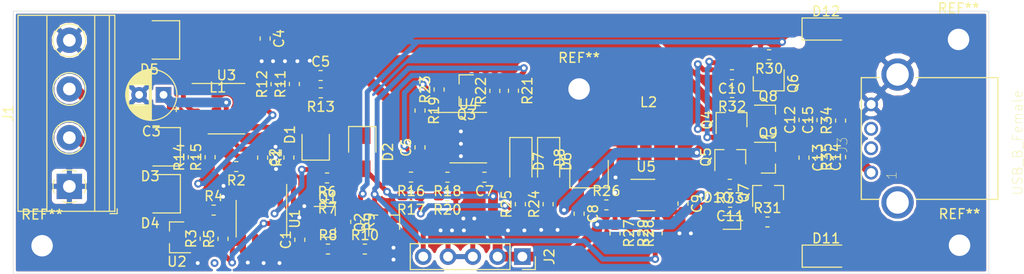
<source format=kicad_pcb>
(kicad_pcb (version 20171130) (host pcbnew "(5.0.0)")
  (layers (0 F.Cu signal) (31 B.Cu signal) (34 B.Paste user) (35 F.Paste user) (36 B.SilkS user) (37 F.SilkS user) (38 B.Mask user) (39 F.Mask user) (44 Edge.Cuts user))
  (net 0 "")
  (net 1 GND)
  (net 2 /Buck_5V0/BUCK_IN)
  (net 3 /Buck_5V0/BUCK_5V0)
  (net 4 "Net-(C5-Pad1)")
  (net 5 /BatteryCharger/VCC)
  (net 6 /BOOST_5V0/BOOST_OUT)
  (net 7 "Net-(C10-Pad1)")
  (net 8 "Net-(C10-Pad2)")
  (net 9 "Net-(C11-Pad2)")
  (net 10 "Net-(C11-Pad1)")
  (net 11 "Net-(C12-Pad1)")
  (net 12 "Net-(D3-Pad2)")
  (net 13 "Net-(D4-Pad2)")
  (net 14 "Net-(D5-Pad1)")
  (net 15 "Net-(D6-Pad2)")
  (net 16 "Net-(D6-Pad1)")
  (net 17 "Net-(D7-Pad1)")
  (net 18 "Net-(D7-Pad2)")
  (net 19 "Net-(D8-Pad2)")
  (net 20 /_EN_BAT)
  (net 21 /EN_BAT)
  (net 22 /BatteryCharger/temp)
  (net 23 "Net-(Q1-Pad1)")
  (net 24 "Net-(Q2-Pad1)")
  (net 25 "Net-(Q3-Pad1)")
  (net 26 /BatteryCharger/EN)
  (net 27 "Net-(R1-Pad2)")
  (net 28 /VREF_3V0)
  (net 29 "Net-(R3-Pad2)")
  (net 30 "Net-(R6-Pad2)")
  (net 31 /Buck_5V0/EN)
  (net 32 "Net-(R19-Pad2)")
  (net 33 "Net-(R26-Pad2)")
  (net 34 "Net-(R27-Pad2)")
  (net 35 "Net-(R29-Pad2)")
  (net 36 "Net-(U1-Pad6)")
  (net 37 "Net-(D11-Pad2)")
  (net 38 "Net-(D12-Pad2)")
  (net 39 /LOGIC_SUPPLY)
  (net 40 /BOOST_5V0/BOOST_IN)
  (module Package_SO:SOP-8_3.76x4.96mm_P1.27mm (layer F.Cu) (at 41.8592 30.0228)
    (fp_text reference U3 (at 0 -3.43) (layer F.SilkS))
    (fp_text value TD1583)
    (pad 1 smd roundrect (at -2.5375 -1.905) (size 1.975 0.65) (layers F.Cu F.Paste F.Mask))
    (pad 2 smd roundrect (at -2.5375 -0.635) (size 1.975 0.65) (layers F.Cu F.Paste F.Mask) (net 2 /Buck_5V0/BUCK_IN))
    (pad 3 smd roundrect (at -2.5375 0.635) (size 1.975 0.65) (layers F.Cu F.Paste F.Mask) (net 14 "Net-(D5-Pad1)"))
    (pad 4 smd roundrect (at -2.5375 1.905) (size 1.975 0.65) (layers F.Cu F.Paste F.Mask) (net 1 GND))
    (pad 5 smd roundrect (at 2.5375 1.905) (size 1.975 0.65) (layers F.Cu F.Paste F.Mask) (net 4 "Net-(C5-Pad1)"))
    (pad 6 smd roundrect (at 2.5375 0.635) (size 1.975 0.65) (layers F.Cu F.Paste F.Mask))
    (pad 7 smd roundrect (at 2.5375 -0.635) (size 1.975 0.65) (layers F.Cu F.Paste F.Mask) (net 31 /Buck_5V0/EN))
    (pad 8 smd roundrect (at 2.5375 -1.905) (size 1.975 0.65) (layers F.Cu F.Paste F.Mask))
  )
  (module Capacitor_SMD:C_0603_1608Metric_Pad1.05x0.95mm_HandSolder (layer F.Cu) (at 51.5112 26.6192)
    (fp_text reference C5 (at 0 -1.43) (layer F.SilkS))
    (fp_text value 6n8)
    (pad 1 smd roundrect (at -0.875 0) (size 1.05 0.95) (layers F.Cu F.Paste F.Mask) (net 4 "Net-(C5-Pad1)"))
    (pad 2 smd roundrect (at 0.875 0) (size 1.05 0.95) (layers F.Cu F.Paste F.Mask) (net 3 /Buck_5V0/BUCK_5V0))
  )
  (module Resistor_SMD:R_0603_1608Metric_Pad1.05x0.95mm_HandSolder (layer F.Cu) (at 46.9392 27.5082 90)
    (fp_text reference R12 (at 0 -1.43 90) (layer F.SilkS))
    (fp_text value 3k3)
    (pad 2 smd roundrect (at 0.875 0 90) (size 1.05 0.95) (layers F.Cu F.Paste F.Mask) (net 1 GND))
    (pad 1 smd roundrect (at -0.875 0 90) (size 1.05 0.95) (layers F.Cu F.Paste F.Mask) (net 4 "Net-(C5-Pad1)"))
  )
  (module Resistor_SMD:R_0603_1608Metric_Pad1.05x0.95mm_HandSolder (layer F.Cu) (at 40.1828 35.0012 90)
    (fp_text reference R15 (at 0 -1.43 90) (layer F.SilkS))
    (fp_text value 33k)
    (pad 1 smd roundrect (at -0.875 0 90) (size 1.05 0.95) (layers F.Cu F.Paste F.Mask) (net 31 /Buck_5V0/EN))
    (pad 2 smd roundrect (at 0.875 0 90) (size 1.05 0.95) (layers F.Cu F.Paste F.Mask) (net 1 GND))
  )
  (module Resistor_SMD:R_0603_1608Metric_Pad1.05x0.95mm_HandSolder (layer F.Cu) (at 48.8188 27.4942 90)
    (fp_text reference R11 (at 0 -1.43 90) (layer F.SilkS))
    (fp_text value 3k3)
    (pad 2 smd roundrect (at 0.875 0 90) (size 1.05 0.95) (layers F.Cu F.Paste F.Mask) (net 1 GND))
    (pad 1 smd roundrect (at -0.875 0 90) (size 1.05 0.95) (layers F.Cu F.Paste F.Mask) (net 4 "Net-(C5-Pad1)"))
  )
  (module Resistor_SMD:R_0603_1608Metric_Pad1.05x0.95mm_HandSolder (layer F.Cu) (at 51.5226 28.3972 180)
    (fp_text reference R13 (at 0 -1.43 180) (layer F.SilkS))
    (fp_text value 5k1)
    (pad 2 smd roundrect (at 0.875 0 180) (size 1.05 0.95) (layers F.Cu F.Paste F.Mask) (net 4 "Net-(C5-Pad1)"))
    (pad 1 smd roundrect (at -0.875 0 180) (size 1.05 0.95) (layers F.Cu F.Paste F.Mask) (net 3 /Buck_5V0/BUCK_5V0))
  )
  (module Resistor_SMD:R_0603_1608Metric_Pad1.05x0.95mm_HandSolder (layer F.Cu) (at 38.4556 35.0012 90)
    (fp_text reference R14 (at 0 -1.43 90) (layer F.SilkS))
    (fp_text value 10k)
    (pad 1 smd roundrect (at -0.875 0 90) (size 1.05 0.95) (layers F.Cu F.Paste F.Mask) (net 31 /Buck_5V0/EN))
    (pad 2 smd roundrect (at 0.875 0 90) (size 1.05 0.95) (layers F.Cu F.Paste F.Mask) (net 2 /Buck_5V0/BUCK_IN))
  )
  (module Capacitor_SMD:C_0603_1608Metric_Pad1.05x0.95mm_HandSolder (layer F.Cu) (at 45.8216 22.8206 270)
    (fp_text reference C4 (at 0 -1.43 270) (layer F.SilkS))
    (fp_text value 22u)
    (pad 2 smd roundrect (at 0.875 0 270) (size 1.05 0.95) (layers F.Cu F.Paste F.Mask) (net 3 /Buck_5V0/BUCK_5V0))
    (pad 1 smd roundrect (at -0.875 0 270) (size 1.05 0.95) (layers F.Cu F.Paste F.Mask) (net 1 GND))
  )
  (module Capacitor_SMD:C_0603_1608Metric_Pad1.05x0.95mm_HandSolder (layer F.Cu) (at 49.3776 43.4848 90)
    (fp_text reference C1 (at 0 -1.43 90) (layer F.SilkS))
    (fp_text value 100n)
    (pad 2 smd roundrect (at 0.875 0 90) (size 1.05 0.95) (layers F.Cu F.Paste F.Mask) (net 1 GND))
    (pad 1 smd roundrect (at -0.875 0 90) (size 1.05 0.95) (layers F.Cu F.Paste F.Mask) (net 39 /LOGIC_SUPPLY))
  )
  (module Capacitor_SMD:C_0603_1608Metric_Pad1.05x0.95mm_HandSolder (layer F.Cu) (at 48.26 35.0406 90)
    (fp_text reference C2 (at 0 -1.43 90) (layer F.SilkS))
    (fp_text value 100n)
    (pad 1 smd roundrect (at -0.875 0 90) (size 1.05 0.95) (layers F.Cu F.Paste F.Mask) (net 39 /LOGIC_SUPPLY))
    (pad 2 smd roundrect (at 0.875 0 90) (size 1.05 0.95) (layers F.Cu F.Paste F.Mask) (net 1 GND))
  )
  (module Capacitor_THT:CP_Radial_D5.0mm_P2.50mm (layer F.Cu) (at 35.4076 28.6004 180)
    (fp_text reference C3 (at 1.25 -3.75 180) (layer F.SilkS))
    (fp_text value 100u)
    (pad 1 thru_hole rect (at 0 0 180) (size 1.6 1.6) (drill 0.8) (layers *.Cu *.Mask) (net 2 /Buck_5V0/BUCK_IN))
    (pad 2 thru_hole circle (at 2.5 0 180) (size 1.6 1.6) (drill 0.8) (layers *.Cu *.Mask) (net 1 GND))
  )
  (module Capacitor_SMD:C_0603_1608Metric_Pad1.05x0.95mm_HandSolder (layer F.Cu) (at 61.6966 33.9966 90)
    (fp_text reference C6 (at 0 -1.43 90) (layer F.SilkS))
    (fp_text value 10u)
    (pad 2 smd roundrect (at 0.875 0 90) (size 1.05 0.95) (layers F.Cu F.Paste F.Mask) (net 1 GND))
    (pad 1 smd roundrect (at -0.875 0 90) (size 1.05 0.95) (layers F.Cu F.Paste F.Mask) (net 5 /BatteryCharger/VCC))
  )
  (module Capacitor_SMD:C_0603_1608Metric_Pad1.05x0.95mm_HandSolder (layer F.Cu) (at 68.3006 37.0586 180)
    (fp_text reference C7 (at 0 -1.43 180) (layer F.SilkS))
    (fp_text value 10u)
    (pad 1 smd roundrect (at -0.875 0 180) (size 1.05 0.95) (layers F.Cu F.Paste F.Mask) (net 40 /BOOST_5V0/BOOST_IN))
    (pad 2 smd roundrect (at 0.875 0 180) (size 1.05 0.95) (layers F.Cu F.Paste F.Mask) (net 1 GND))
  )
  (module Capacitor_SMD:C_0603_1608Metric_Pad1.05x0.95mm_HandSolder (layer F.Cu) (at 78.0034 40.8064 270)
    (fp_text reference C8 (at 0 -1.43 270) (layer F.SilkS))
    (fp_text value 22u)
    (pad 2 smd roundrect (at 0.875 0 270) (size 1.05 0.95) (layers F.Cu F.Paste F.Mask) (net 1 GND))
    (pad 1 smd roundrect (at -0.875 0 270) (size 1.05 0.95) (layers F.Cu F.Paste F.Mask) (net 6 /BOOST_5V0/BOOST_OUT))
  )
  (module Capacitor_SMD:C_0603_1608Metric_Pad1.05x0.95mm_HandSolder (layer F.Cu) (at 88.646 39.765 270)
    (fp_text reference C9 (at 0 -1.43 270) (layer F.SilkS))
    (fp_text value 22u)
    (pad 2 smd roundrect (at 0.875 0 270) (size 1.05 0.95) (layers F.Cu F.Paste F.Mask) (net 1 GND))
    (pad 1 smd roundrect (at -0.875 0 270) (size 1.05 0.95) (layers F.Cu F.Paste F.Mask) (net 40 /BOOST_5V0/BOOST_IN))
  )
  (module Capacitor_SMD:C_0603_1608Metric_Pad1.05x0.95mm_HandSolder (layer F.Cu) (at 93.6625 26.5303 180)
    (fp_text reference C10 (at 0 -1.43 180) (layer F.SilkS))
    (fp_text value 1n)
    (pad 1 smd roundrect (at -0.875 0 180) (size 1.05 0.95) (layers F.Cu F.Paste F.Mask) (net 7 "Net-(C10-Pad1)"))
    (pad 2 smd roundrect (at 0.875 0 180) (size 1.05 0.95) (layers F.Cu F.Paste F.Mask) (net 8 "Net-(C10-Pad2)"))
  )
  (module Capacitor_SMD:C_0603_1608Metric_Pad1.05x0.95mm_HandSolder (layer F.Cu) (at 93.4834 39.624 180)
    (fp_text reference C11 (at 0 -1.43 180) (layer F.SilkS))
    (fp_text value 1n)
    (pad 2 smd roundrect (at 0.875 0 180) (size 1.05 0.95) (layers F.Cu F.Paste F.Mask) (net 9 "Net-(C11-Pad2)"))
    (pad 1 smd roundrect (at -0.875 0 180) (size 1.05 0.95) (layers F.Cu F.Paste F.Mask) (net 10 "Net-(C11-Pad1)"))
  )
  (module Capacitor_SMD:C_0603_1608Metric_Pad1.05x0.95mm_HandSolder (layer F.Cu) (at 101.0539 31.1785 90)
    (fp_text reference C12 (at 0 -1.43 90) (layer F.SilkS))
    (fp_text value 10u)
    (pad 1 smd roundrect (at -0.875 0 90) (size 1.05 0.95) (layers F.Cu F.Paste F.Mask) (net 11 "Net-(C12-Pad1)"))
    (pad 2 smd roundrect (at 0.875 0 90) (size 1.05 0.95) (layers F.Cu F.Paste F.Mask) (net 1 GND))
  )
  (module Capacitor_SMD:C_0603_1608Metric_Pad1.05x0.95mm_HandSolder (layer F.Cu) (at 101.0539 35.052 270)
    (fp_text reference C13 (at 0 -1.43 270) (layer F.SilkS))
    (fp_text value 10u)
    (pad 2 smd roundrect (at 0.875 0 270) (size 1.05 0.95) (layers F.Cu F.Paste F.Mask) (net 1 GND))
    (pad 1 smd roundrect (at -0.875 0 270) (size 1.05 0.95) (layers F.Cu F.Paste F.Mask) (net 11 "Net-(C12-Pad1)"))
  )
  (module Capacitor_SMD:C_0603_1608Metric_Pad1.05x0.95mm_HandSolder (layer F.Cu) (at 102.8954 35.0025 270)
    (fp_text reference C14 (at 0 -1.43 270) (layer F.SilkS))
    (fp_text value 10u)
    (pad 1 smd roundrect (at -0.875 0 270) (size 1.05 0.95) (layers F.Cu F.Paste F.Mask) (net 11 "Net-(C12-Pad1)"))
    (pad 2 smd roundrect (at 0.875 0 270) (size 1.05 0.95) (layers F.Cu F.Paste F.Mask) (net 1 GND))
  )
  (module Capacitor_SMD:C_0603_1608Metric_Pad1.05x0.95mm_HandSolder (layer F.Cu) (at 102.8954 31.1925 90)
    (fp_text reference C15 (at 0 -1.43 90) (layer F.SilkS))
    (fp_text value 10u)
    (pad 1 smd roundrect (at -0.875 0 90) (size 1.05 0.95) (layers F.Cu F.Paste F.Mask) (net 11 "Net-(C12-Pad1)"))
    (pad 2 smd roundrect (at 0.875 0 90) (size 1.05 0.95) (layers F.Cu F.Paste F.Mask) (net 1 GND))
  )
  (module custom-footprints:SMA_DO-214AC (layer F.Cu) (at 51.0032 32.6644 90)
    (fp_text reference D1 (at -0.02 -2.64 90) (layer F.SilkS))
    (fp_text value SS14)
    (pad 2 smd rect (at 1.7 0 90) (size 1.7 1.68) (layers F.Cu F.Paste F.Mask) (net 2 /Buck_5V0/BUCK_IN))
    (pad 1 smd rect (at -1.7 0 90) (size 1.7 1.68) (layers F.Cu F.Paste F.Mask) (net 39 /LOGIC_SUPPLY))
  )
  (module custom-footprints:SMA_DO-214AC (layer F.Cu) (at 55.7784 34.4932 270)
    (fp_text reference D2 (at -0.02 -2.64 270) (layer F.SilkS))
    (fp_text value SS14)
    (pad 1 smd rect (at -1.7 0 270) (size 1.7 1.68) (layers F.Cu F.Paste F.Mask) (net 39 /LOGIC_SUPPLY))
    (pad 2 smd rect (at 1.7 0 270) (size 1.7 1.68) (layers F.Cu F.Paste F.Mask) (net 40 /BOOST_5V0/BOOST_IN))
  )
  (module custom-footprints:SMB_DO-214AA (layer F.Cu) (at 34.3154 33.9344 180)
    (fp_text reference D3 (at 0.2794 -3.0226 180) (layer F.SilkS))
    (fp_text value SS24)
    (pad 1 smd rect (at -1.94 0 180) (size 1.72 2.18) (layers F.Cu F.Paste F.Mask) (net 2 /Buck_5V0/BUCK_IN))
    (pad 2 smd rect (at 1.94 0 180) (size 1.72 2.18) (layers F.Cu F.Paste F.Mask) (net 12 "Net-(D3-Pad2)"))
  )
  (module custom-footprints:SMB_DO-214AA (layer F.Cu) (at 34.3154 38.7604 180)
    (fp_text reference D4 (at 0.2794 -3.0226 180) (layer F.SilkS))
    (fp_text value SS24)
    (pad 2 smd rect (at 1.94 0 180) (size 1.72 2.18) (layers F.Cu F.Paste F.Mask) (net 13 "Net-(D4-Pad2)"))
    (pad 1 smd rect (at -1.94 0 180) (size 1.72 2.18) (layers F.Cu F.Paste F.Mask) (net 2 /Buck_5V0/BUCK_IN))
  )
  (module custom-footprints:SMB_DO-214AA (layer F.Cu) (at 34.2392 22.9616 180)
    (fp_text reference D5 (at 0.2794 -3.0226 180) (layer F.SilkS))
    (fp_text value SS24)
    (pad 1 smd rect (at -1.94 0 180) (size 1.72 2.18) (layers F.Cu F.Paste F.Mask) (net 14 "Net-(D5-Pad1)"))
    (pad 2 smd rect (at 1.94 0 180) (size 1.72 2.18) (layers F.Cu F.Paste F.Mask) (net 1 GND))
  )
  (module LED_SMD:LED_1206_3216Metric_Pad1.42x1.75mm_HandSolder (layer F.Cu) (at 74.8792 35.4441 270)
    (fp_text reference D6 (at 0 -1.82 270) (layer F.SilkS))
    (fp_text value YELLOW)
    (pad 2 smd roundrect (at 1.4875 0 270) (size 1.425 1.75) (layers F.Cu F.Paste F.Mask) (roundrect_rratio 0.175439) (net 15 "Net-(D6-Pad2)"))
    (pad 1 smd roundrect (at -1.4875 0 270) (size 1.425 1.75) (layers F.Cu F.Paste F.Mask) (roundrect_rratio 0.175439) (net 16 "Net-(D6-Pad1)"))
  )
  (module LED_SMD:LED_1206_3216Metric_Pad1.42x1.75mm_HandSolder (layer F.Cu) (at 72.0344 35.4441 270)
    (fp_text reference D7 (at 0 -1.82 270) (layer F.SilkS))
    (fp_text value GREEN)
    (pad 1 smd roundrect (at -1.4875 0 270) (size 1.425 1.75) (layers F.Cu F.Paste F.Mask) (roundrect_rratio 0.175439) (net 17 "Net-(D7-Pad1)"))
    (pad 2 smd roundrect (at 1.4875 0 270) (size 1.425 1.75) (layers F.Cu F.Paste F.Mask) (roundrect_rratio 0.175439) (net 18 "Net-(D7-Pad2)"))
  )
  (module custom-footprints:SMB_DO-214AA (layer F.Cu) (at 79.0194 35.3314 90)
    (fp_text reference D8 (at 0.2794 -3.0226 90) (layer F.SilkS))
    (fp_text value SS24)
    (pad 2 smd rect (at 1.94 0 90) (size 1.72 2.18) (layers F.Cu F.Paste F.Mask) (net 19 "Net-(D8-Pad2)"))
    (pad 1 smd rect (at -1.94 0 90) (size 1.72 2.18) (layers F.Cu F.Paste F.Mask) (net 6 /BOOST_5V0/BOOST_OUT))
  )
  (module custom-footprints:LL34 (layer F.Cu) (at 92.7608 41.7068 180)
    (fp_text reference D10 (at 0.6 2.56 180) (layer F.SilkS))
    (fp_text value 7V5)
    (pad 1 smd rect (at -1.65 0 180) (size 1.1 1.65) (layers F.Cu F.Paste F.Mask) (net 21 /EN_BAT))
    (pad 2 smd rect (at 1.65 -0.02 180) (size 1.1 1.65) (layers F.Cu F.Paste F.Mask) (net 1 GND))
  )
  (module TerminalBlock_Phoenix:TerminalBlock_Phoenix_MKDS-1,5-4_1x04_P5.00mm_Horizontal (layer F.Cu) (at 25.7556 37.9984 90)
    (fp_text reference J1 (at 7.5 -6.26 90) (layer F.SilkS))
    (fp_text value Conn_01x04_Female)
    (pad 1 thru_hole rect (at 0 0 90) (size 2.6 2.6) (drill 1.3) (layers *.Cu *.Mask) (net 1 GND))
    (pad 2 thru_hole circle (at 5 0 90) (size 2.6 2.6) (drill 1.3) (layers *.Cu *.Mask) (net 13 "Net-(D4-Pad2)"))
    (pad 3 thru_hole circle (at 10 0 90) (size 2.6 2.6) (drill 1.3) (layers *.Cu *.Mask) (net 12 "Net-(D3-Pad2)"))
    (pad 4 thru_hole circle (at 15 0 90) (size 2.6 2.6) (drill 1.3) (layers *.Cu *.Mask) (net 1 GND))
  )
  (module Connector_PinSocket_2.54mm:PinSocket_1x05_P2.54mm_Vertical (layer F.Cu) (at 72.1868 45.212 270)
    (fp_text reference J2 (at 0 -2.77 270) (layer F.SilkS))
    (fp_text value Conn_01x05_Female)
    (pad 5 thru_hole oval (at 0 10.16 270) (size 1.7 1.7) (drill 1) (layers *.Cu *.Mask) (net 22 /BatteryCharger/temp))
    (pad 4 thru_hole oval (at 0 7.62 270) (size 1.7 1.7) (drill 1) (layers *.Cu *.Mask) (net 1 GND))
    (pad 3 thru_hole oval (at 0 5.08 270) (size 1.7 1.7) (drill 1) (layers *.Cu *.Mask) (net 1 GND))
    (pad 2 thru_hole oval (at 0 2.54 270) (size 1.7 1.7) (drill 1) (layers *.Cu *.Mask) (net 40 /BOOST_5V0/BOOST_IN))
    (pad 1 thru_hole rect (at 0 0 270) (size 1.7 1.7) (drill 1) (layers *.Cu *.Mask) (net 40 /BOOST_5V0/BOOST_IN))
  )
  (module custom-footprints:USB_B_Female_right_angle (layer F.Cu) (at 110.6424 33.0835 90)
    (fp_text reference J3 (at -0.662 -5.6559 90) (layer F.SilkS) (effects (font (thickness 0.05))))
    (fp_text value USB_B_Female (at -0.427 12.308 90) (layer F.SilkS) (effects (font (thickness 0.05))))
    (fp_text user PCB~End (at -1.9 10.1 90) (layer Edge.Cuts) (effects (font (thickness 0.05))))
    (fp_text user 1 (at -3.8 -0.6 90) (layer F.SilkS) (effects (font (thickness 0.05))))
    (fp_text user 1 (at -3.8 -0.6 90) (layer Edge.Cuts) (effects (font (thickness 0.05))))
    (fp_text user 4 (at 3.1 -0.7 90) (layer Edge.Cuts) (effects (font (thickness 0.05))))
    (pad SHELL thru_hole circle (at -6.57 0 90) (size 3.316 3.316) (drill 2.3) (layers *.Cu *.Mask))
    (pad SHELL1 thru_hole circle (at 6.57 0 90) (size 3.316 3.316) (drill 2.3) (layers *.Cu *.Mask) (net 1 GND))
    (pad 3 thru_hole circle (at 1 -2.71 90) (size 1.428 1.428) (drill 0.92) (layers *.Cu *.Mask))
    (pad 2 thru_hole circle (at -1 -2.71 90) (size 1.428 1.428) (drill 0.92) (layers *.Cu *.Mask))
    (pad 4 thru_hole circle (at 3.5 -2.71 90) (size 1.428 1.428) (drill 0.92) (layers *.Cu *.Mask) (net 1 GND))
    (pad 1 thru_hole circle (at -3.5 -2.71 90) (size 1.428 1.428) (drill 0.92) (layers *.Cu *.Mask) (net 11 "Net-(C12-Pad1)"))
  )
  (module custom-footprints:CD54 (layer F.Cu) (at 41.2496 23.7744 180)
    (fp_text reference L1 (at 0.28 -4.07 180) (layer F.SilkS))
    (fp_text value 15u)
    (pad 1 smd rect (at -1.925 0 180) (size 2.15 5.5) (layers F.Cu F.Paste F.Mask) (net 3 /Buck_5V0/BUCK_5V0))
    (pad 2 smd rect (at 1.925 0 180) (size 2.15 5.5) (layers F.Cu F.Paste F.Mask) (net 14 "Net-(D5-Pad1)"))
  )
  (module custom-footprints:CD54 (layer F.Cu) (at 84.8414 33.4264)
    (fp_text reference L2 (at 0.28 -4.07) (layer F.SilkS))
    (fp_text value 15u)
    (pad 2 smd rect (at 1.925 0) (size 2.15 5.5) (layers F.Cu F.Paste F.Mask) (net 40 /BOOST_5V0/BOOST_IN))
    (pad 1 smd rect (at -1.925 0) (size 2.15 5.5) (layers F.Cu F.Paste F.Mask) (net 19 "Net-(D8-Pad2)"))
  )
  (module Package_TO_SOT_SMD:SOT-23 (layer F.Cu) (at 52.2478 41.6433)
    (fp_text reference Q1 (at 0 -2.5) (layer F.SilkS))
    (fp_text value BC847)
    (pad 1 smd rect (at -1 -0.95) (size 0.9 0.8) (layers F.Cu F.Paste F.Mask) (net 23 "Net-(Q1-Pad1)"))
    (pad 2 smd rect (at -1 0.95) (size 0.9 0.8) (layers F.Cu F.Paste F.Mask) (net 1 GND))
    (pad 3 smd rect (at 1 0) (size 0.9 0.8) (layers F.Cu F.Paste F.Mask) (net 20 /_EN_BAT))
  )
  (module Package_TO_SOT_SMD:SOT-23 (layer F.Cu) (at 58.0263 41.7068 90)
    (fp_text reference Q2 (at 0 -2.5 90) (layer F.SilkS))
    (fp_text value BC847)
    (pad 3 smd rect (at 1 0 90) (size 0.9 0.8) (layers F.Cu F.Paste F.Mask) (net 21 /EN_BAT))
    (pad 2 smd rect (at -1 0.95 90) (size 0.9 0.8) (layers F.Cu F.Paste F.Mask) (net 1 GND))
    (pad 1 smd rect (at -1 -0.95 90) (size 0.9 0.8) (layers F.Cu F.Paste F.Mask) (net 24 "Net-(Q2-Pad1)"))
  )
  (module Package_TO_SOT_SMD:SOT-23 (layer F.Cu) (at 66.4624 28.128 180)
    (fp_text reference Q3 (at 0 -2.5 180) (layer F.SilkS))
    (fp_text value BC847)
    (pad 1 smd rect (at -1 -0.95 180) (size 0.9 0.8) (layers F.Cu F.Paste F.Mask) (net 25 "Net-(Q3-Pad1)"))
    (pad 2 smd rect (at -1 0.95 180) (size 0.9 0.8) (layers F.Cu F.Paste F.Mask) (net 1 GND))
    (pad 3 smd rect (at 1 0 180) (size 0.9 0.8) (layers F.Cu F.Paste F.Mask) (net 26 /BatteryCharger/EN))
  )
  (module Package_TO_SOT_SMD:SOT-23 (layer F.Cu) (at 93.6244 31.1785 90)
    (fp_text reference Q4 (at 0 -2.5 90) (layer F.SilkS))
    (fp_text value AO3401A)
    (pad 3 smd rect (at 1 0 90) (size 0.9 0.8) (layers F.Cu F.Paste F.Mask) (net 3 /Buck_5V0/BUCK_5V0))
    (pad 2 smd rect (at -1 0.95 90) (size 0.9 0.8) (layers F.Cu F.Paste F.Mask) (net 7 "Net-(C10-Pad1)"))
    (pad 1 smd rect (at -1 -0.95 90) (size 0.9 0.8) (layers F.Cu F.Paste F.Mask) (net 8 "Net-(C10-Pad2)"))
  )
  (module Package_TO_SOT_SMD:SOT-23 (layer F.Cu) (at 93.4974 34.9885 90)
    (fp_text reference Q5 (at 0 -2.5 90) (layer F.SilkS))
    (fp_text value AO3401A)
    (pad 1 smd rect (at -1 -0.95 90) (size 0.9 0.8) (layers F.Cu F.Paste F.Mask) (net 9 "Net-(C11-Pad2)"))
    (pad 2 smd rect (at -1 0.95 90) (size 0.9 0.8) (layers F.Cu F.Paste F.Mask) (net 10 "Net-(C11-Pad1)"))
    (pad 3 smd rect (at 1 0 90) (size 0.9 0.8) (layers F.Cu F.Paste F.Mask) (net 6 /BOOST_5V0/BOOST_OUT))
  )
  (module Package_TO_SOT_SMD:SOT-23 (layer F.Cu) (at 97.4344 27.432 270)
    (fp_text reference Q6 (at 0 -2.5 270) (layer F.SilkS))
    (fp_text value AO3400)
    (pad 3 smd rect (at 1 0 270) (size 0.9 0.8) (layers F.Cu F.Paste F.Mask) (net 8 "Net-(C10-Pad2)"))
    (pad 2 smd rect (at -1 0.95 270) (size 0.9 0.8) (layers F.Cu F.Paste F.Mask) (net 1 GND))
    (pad 1 smd rect (at -1 -0.95 270) (size 0.9 0.8) (layers F.Cu F.Paste F.Mask) (net 20 /_EN_BAT))
  )
  (module Package_TO_SOT_SMD:SOT-23 (layer F.Cu) (at 97.3709 38.6715 90)
    (fp_text reference Q7 (at 0 -2.5 90) (layer F.SilkS))
    (fp_text value AO3400)
    (pad 1 smd rect (at -1 -0.95 90) (size 0.9 0.8) (layers F.Cu F.Paste F.Mask) (net 21 /EN_BAT))
    (pad 2 smd rect (at -1 0.95 90) (size 0.9 0.8) (layers F.Cu F.Paste F.Mask) (net 1 GND))
    (pad 3 smd rect (at 1 0 90) (size 0.9 0.8) (layers F.Cu F.Paste F.Mask) (net 9 "Net-(C11-Pad2)"))
  )
  (module Package_TO_SOT_SMD:SOT-23 (layer F.Cu) (at 97.3709 31.242)
    (fp_text reference Q8 (at 0 -2.5) (layer F.SilkS))
    (fp_text value AO3401A)
    (pad 1 smd rect (at -1 -0.95) (size 0.9 0.8) (layers F.Cu F.Paste F.Mask) (net 8 "Net-(C10-Pad2)"))
    (pad 2 smd rect (at -1 0.95) (size 0.9 0.8) (layers F.Cu F.Paste F.Mask) (net 7 "Net-(C10-Pad1)"))
    (pad 3 smd rect (at 1 0) (size 0.9 0.8) (layers F.Cu F.Paste F.Mask) (net 11 "Net-(C12-Pad1)"))
  )
  (module Package_TO_SOT_SMD:SOT-23 (layer F.Cu) (at 97.3709 35.052)
    (fp_text reference Q9 (at 0 -2.5) (layer F.SilkS))
    (fp_text value AO3401A)
    (pad 3 smd rect (at 1 0) (size 0.9 0.8) (layers F.Cu F.Paste F.Mask) (net 11 "Net-(C12-Pad1)"))
    (pad 2 smd rect (at -1 0.95) (size 0.9 0.8) (layers F.Cu F.Paste F.Mask) (net 10 "Net-(C11-Pad1)"))
    (pad 1 smd rect (at -1 -0.95) (size 0.9 0.8) (layers F.Cu F.Paste F.Mask) (net 9 "Net-(C11-Pad2)"))
  )
  (module Resistor_SMD:R_0603_1608Metric_Pad1.05x0.95mm_HandSolder (layer F.Cu) (at 45.5676 35.052 270)
    (fp_text reference R1 (at 0 -1.43 270) (layer F.SilkS))
    (fp_text value 51k)
    (pad 1 smd roundrect (at -0.875 0 270) (size 1.05 0.95) (layers F.Cu F.Paste F.Mask) (net 2 /Buck_5V0/BUCK_IN))
    (pad 2 smd roundrect (at 0.875 0 270) (size 1.05 0.95) (layers F.Cu F.Paste F.Mask) (net 27 "Net-(R1-Pad2)"))
  )
  (module Resistor_SMD:R_0603_1608Metric_Pad1.05x0.95mm_HandSolder (layer F.Cu) (at 42.8638 35.9638 180)
    (fp_text reference R2 (at 0 -1.43 180) (layer F.SilkS))
    (fp_text value 51k)
    (pad 1 smd roundrect (at -0.875 0 180) (size 1.05 0.95) (layers F.Cu F.Paste F.Mask) (net 27 "Net-(R1-Pad2)"))
    (pad 2 smd roundrect (at 0.875 0 180) (size 1.05 0.95) (layers F.Cu F.Paste F.Mask) (net 1 GND))
  )
  (module Resistor_SMD:R_0603_1608Metric_Pad1.05x0.95mm_HandSolder (layer F.Cu) (at 39.6748 43.3718 90)
    (fp_text reference R3 (at 0 -1.43 90) (layer F.SilkS))
    (fp_text value 18k)
    (pad 1 smd roundrect (at -0.875 0 90) (size 1.05 0.95) (layers F.Cu F.Paste F.Mask) (net 28 /VREF_3V0))
    (pad 2 smd roundrect (at 0.875 0 90) (size 1.05 0.95) (layers F.Cu F.Paste F.Mask) (net 29 "Net-(R3-Pad2)"))
  )
  (module Resistor_SMD:R_0603_1608Metric_Pad1.05x0.95mm_HandSolder (layer F.Cu) (at 40.5498 40.4368)
    (fp_text reference R4 (at 0 -1.43) (layer F.SilkS))
    (fp_text value 100k)
    (pad 2 smd roundrect (at 0.875 0) (size 1.05 0.95) (layers F.Cu F.Paste F.Mask) (net 1 GND))
    (pad 1 smd roundrect (at -0.875 0) (size 1.05 0.95) (layers F.Cu F.Paste F.Mask) (net 29 "Net-(R3-Pad2)"))
  )
  (module Resistor_SMD:R_0603_1608Metric_Pad1.05x0.95mm_HandSolder (layer F.Cu) (at 41.5036 43.3832 90)
    (fp_text reference R5 (at 0 -1.43 90) (layer F.SilkS))
    (fp_text value 10k)
    (pad 2 smd roundrect (at 0.875 0 90) (size 1.05 0.95) (layers F.Cu F.Paste F.Mask) (net 28 /VREF_3V0))
    (pad 1 smd roundrect (at -0.875 0 90) (size 1.05 0.95) (layers F.Cu F.Paste F.Mask) (net 39 /LOGIC_SUPPLY))
  )
  (module Resistor_SMD:R_0603_1608Metric_Pad1.05x0.95mm_HandSolder (layer F.Cu) (at 52.1703 37.1348 180)
    (fp_text reference R6 (at 0 -1.43 180) (layer F.SilkS))
    (fp_text value 100)
    (pad 1 smd roundrect (at -0.875 0 180) (size 1.05 0.95) (layers F.Cu F.Paste F.Mask) (net 23 "Net-(Q1-Pad1)"))
    (pad 2 smd roundrect (at 0.875 0 180) (size 1.05 0.95) (layers F.Cu F.Paste F.Mask) (net 30 "Net-(R6-Pad2)"))
  )
  (module Resistor_SMD:R_0603_1608Metric_Pad1.05x0.95mm_HandSolder (layer F.Cu) (at 52.1843 38.8493 180)
    (fp_text reference R7 (at 0 -1.43 180) (layer F.SilkS))
    (fp_text value 47k)
    (pad 1 smd roundrect (at -0.875 0 180) (size 1.05 0.95) (layers F.Cu F.Paste F.Mask) (net 23 "Net-(Q1-Pad1)"))
    (pad 2 smd roundrect (at 0.875 0 180) (size 1.05 0.95) (layers F.Cu F.Paste F.Mask) (net 1 GND))
  )
  (module Resistor_SMD:R_0603_1608Metric_Pad1.05x0.95mm_HandSolder (layer F.Cu) (at 52.2618 44.4373)
    (fp_text reference R8 (at 0 -1.43) (layer F.SilkS))
    (fp_text value 10k)
    (pad 2 smd roundrect (at 0.875 0) (size 1.05 0.95) (layers F.Cu F.Paste F.Mask) (net 20 /_EN_BAT))
    (pad 1 smd roundrect (at -0.875 0) (size 1.05 0.95) (layers F.Cu F.Paste F.Mask) (net 39 /LOGIC_SUPPLY))
  )
  (module Resistor_SMD:R_0603_1608Metric_Pad1.05x0.95mm_HandSolder (layer F.Cu) (at 55.1053 41.6433 270)
    (fp_text reference R9 (at 0 -1.43 270) (layer F.SilkS))
    (fp_text value 100k)
    (pad 2 smd roundrect (at 0.875 0 270) (size 1.05 0.95) (layers F.Cu F.Paste F.Mask) (net 24 "Net-(Q2-Pad1)"))
    (pad 1 smd roundrect (at -0.875 0 270) (size 1.05 0.95) (layers F.Cu F.Paste F.Mask) (net 20 /_EN_BAT))
  )
  (module Resistor_SMD:R_0603_1608Metric_Pad1.05x0.95mm_HandSolder (layer F.Cu) (at 56.0438 44.4373)
    (fp_text reference R10 (at 0 -1.43) (layer F.SilkS))
    (fp_text value 10k)
    (pad 1 smd roundrect (at -0.875 0) (size 1.05 0.95) (layers F.Cu F.Paste F.Mask) (net 39 /LOGIC_SUPPLY))
    (pad 2 smd roundrect (at 0.875 0) (size 1.05 0.95) (layers F.Cu F.Paste F.Mask) (net 21 /EN_BAT))
  )
  (module Resistor_SMD:R_0603_1608Metric_Pad1.05x0.95mm_HandSolder (layer F.Cu) (at 60.775298 37.047197 180)
    (fp_text reference R16 (at 0 -1.43 180) (layer F.SilkS))
    (fp_text value 1)
    (pad 2 smd roundrect (at 0.875 0 180) (size 1.05 0.95) (layers F.Cu F.Paste F.Mask) (net 3 /Buck_5V0/BUCK_5V0))
    (pad 1 smd roundrect (at -0.875 0 180) (size 1.05 0.95) (layers F.Cu F.Paste F.Mask) (net 5 /BatteryCharger/VCC))
  )
  (module Resistor_SMD:R_0603_1608Metric_Pad1.05x0.95mm_HandSolder (layer F.Cu) (at 60.775298 38.952197 180)
    (fp_text reference R17 (at 0 -1.43 180) (layer F.SilkS))
    (fp_text value 1)
    (pad 1 smd roundrect (at -0.875 0 180) (size 1.05 0.95) (layers F.Cu F.Paste F.Mask) (net 5 /BatteryCharger/VCC))
    (pad 2 smd roundrect (at 0.875 0 180) (size 1.05 0.95) (layers F.Cu F.Paste F.Mask) (net 3 /Buck_5V0/BUCK_5V0))
  )
  (module Resistor_SMD:R_0603_1608Metric_Pad1.05x0.95mm_HandSolder (layer F.Cu) (at 64.5046 37.0586 180)
    (fp_text reference R18 (at 0 -1.43 180) (layer F.SilkS))
    (fp_text value 33k)
    (pad 1 smd roundrect (at -0.875 0 180) (size 1.05 0.95) (layers F.Cu F.Paste F.Mask) (net 22 /BatteryCharger/temp))
    (pad 2 smd roundrect (at 0.875 0 180) (size 1.05 0.95) (layers F.Cu F.Paste F.Mask) (net 1 GND))
  )
  (module Resistor_SMD:R_0603_1608Metric_Pad1.05x0.95mm_HandSolder (layer F.Cu) (at 61.6966 30.2146 270)
    (fp_text reference R19 (at 0 -1.43 270) (layer F.SilkS))
    (fp_text value 10k)
    (pad 2 smd roundrect (at 0.875 0 270) (size 1.05 0.95) (layers F.Cu F.Paste F.Mask) (net 32 "Net-(R19-Pad2)"))
    (pad 1 smd roundrect (at -0.875 0 270) (size 1.05 0.95) (layers F.Cu F.Paste F.Mask) (net 1 GND))
  )
  (module Resistor_SMD:R_0603_1608Metric_Pad1.05x0.95mm_HandSolder (layer F.Cu) (at 64.4906 38.9636 180)
    (fp_text reference R20 (at 0 -1.43 180) (layer F.SilkS))
    (fp_text value 18k)
    (pad 1 smd roundrect (at -0.875 0 180) (size 1.05 0.95) (layers F.Cu F.Paste F.Mask) (net 22 /BatteryCharger/temp))
    (pad 2 smd roundrect (at 0.875 0 180) (size 1.05 0.95) (layers F.Cu F.Paste F.Mask) (net 5 /BatteryCharger/VCC))
  )
  (module Resistor_SMD:R_0603_1608Metric_Pad1.05x0.95mm_HandSolder (layer F.Cu) (at 71.2724 28.18 270)
    (fp_text reference R21 (at 0 -1.43 270) (layer F.SilkS))
    (fp_text value 4.7k)
    (pad 2 smd roundrect (at 0.875 0 270) (size 1.05 0.95) (layers F.Cu F.Paste F.Mask) (net 25 "Net-(Q3-Pad1)"))
    (pad 1 smd roundrect (at -0.875 0 270) (size 1.05 0.95) (layers F.Cu F.Paste F.Mask) (net 21 /EN_BAT))
  )
  (module Resistor_SMD:R_0603_1608Metric_Pad1.05x0.95mm_HandSolder (layer F.Cu) (at 69.3674 28.194 90)
    (fp_text reference R22 (at 0 -1.43 90) (layer F.SilkS))
    (fp_text value 51k)
    (pad 2 smd roundrect (at 0.875 0 90) (size 1.05 0.95) (layers F.Cu F.Paste F.Mask) (net 1 GND))
    (pad 1 smd roundrect (at -0.875 0 90) (size 1.05 0.95) (layers F.Cu F.Paste F.Mask) (net 25 "Net-(Q3-Pad1)"))
  )
  (module Resistor_SMD:R_0603_1608Metric_Pad1.05x0.95mm_HandSolder (layer F.Cu) (at 63.6524 28.053 90)
    (fp_text reference R23 (at 0 -1.43 90) (layer F.SilkS))
    (fp_text value 10k)
    (pad 1 smd roundrect (at -0.875 0 90) (size 1.05 0.95) (layers F.Cu F.Paste F.Mask) (net 5 /BatteryCharger/VCC))
    (pad 2 smd roundrect (at 0.875 0 90) (size 1.05 0.95) (layers F.Cu F.Paste F.Mask) (net 26 /BatteryCharger/EN))
  )
  (module Resistor_SMD:R_0603_1608Metric_Pad1.05x0.95mm_HandSolder (layer F.Cu) (at 74.8284 39.8272 90)
    (fp_text reference R24 (at 0 -1.43 90) (layer F.SilkS))
    (fp_text value 1k)
    (pad 2 smd roundrect (at 0.875 0 90) (size 1.05 0.95) (layers F.Cu F.Paste F.Mask) (net 15 "Net-(D6-Pad2)"))
    (pad 1 smd roundrect (at -0.875 0 90) (size 1.05 0.95) (layers F.Cu F.Paste F.Mask) (net 5 /BatteryCharger/VCC))
  )
  (module Resistor_SMD:R_0603_1608Metric_Pad1.05x0.95mm_HandSolder (layer F.Cu) (at 71.9836 39.8272 90)
    (fp_text reference R25 (at 0 -1.43 90) (layer F.SilkS))
    (fp_text value 1k)
    (pad 1 smd roundrect (at -0.875 0 90) (size 1.05 0.95) (layers F.Cu F.Paste F.Mask) (net 5 /BatteryCharger/VCC))
    (pad 2 smd roundrect (at 0.875 0 90) (size 1.05 0.95) (layers F.Cu F.Paste F.Mask) (net 18 "Net-(D7-Pad2)"))
  )
  (module Resistor_SMD:R_0603_1608Metric_Pad1.05x0.95mm_HandSolder (layer F.Cu) (at 80.7974 39.9034)
    (fp_text reference R26 (at 0 -1.43) (layer F.SilkS))
    (fp_text value 7k5)
    (pad 2 smd roundrect (at 0.875 0) (size 1.05 0.95) (layers F.Cu F.Paste F.Mask) (net 33 "Net-(R26-Pad2)"))
    (pad 1 smd roundrect (at -0.875 0) (size 1.05 0.95) (layers F.Cu F.Paste F.Mask) (net 6 /BOOST_5V0/BOOST_OUT))
  )
  (module Resistor_SMD:R_0603_1608Metric_Pad1.05x0.95mm_HandSolder (layer F.Cu) (at 81.6864 42.8244 270)
    (fp_text reference R27 (at 0 -1.43 270) (layer F.SilkS))
    (fp_text value 1k)
    (pad 1 smd roundrect (at -0.875 0 270) (size 1.05 0.95) (layers F.Cu F.Paste F.Mask) (net 33 "Net-(R26-Pad2)"))
    (pad 2 smd roundrect (at 0.875 0 270) (size 1.05 0.95) (layers F.Cu F.Paste F.Mask) (net 34 "Net-(R27-Pad2)"))
  )
  (module Resistor_SMD:R_0603_1608Metric_Pad1.05x0.95mm_HandSolder (layer F.Cu) (at 83.7184 42.8244 270)
    (fp_text reference R28 (at 0 -1.43 270) (layer F.SilkS))
    (fp_text value 22)
    (pad 2 smd roundrect (at 0.875 0 270) (size 1.05 0.95) (layers F.Cu F.Paste F.Mask) (net 1 GND))
    (pad 1 smd roundrect (at -0.875 0 270) (size 1.05 0.95) (layers F.Cu F.Paste F.Mask) (net 34 "Net-(R27-Pad2)"))
  )
  (module Resistor_SMD:R_0603_1608Metric_Pad1.05x0.95mm_HandSolder (layer F.Cu) (at 86.0044 42.8104 90)
    (fp_text reference R29 (at 0 -1.43 90) (layer F.SilkS))
    (fp_text value 1k)
    (pad 1 smd roundrect (at -0.875 0 90) (size 1.05 0.95) (layers F.Cu F.Paste F.Mask) (net 21 /EN_BAT))
    (pad 2 smd roundrect (at 0.875 0 90) (size 1.05 0.95) (layers F.Cu F.Paste F.Mask) (net 35 "Net-(R29-Pad2)"))
  )
  (module Resistor_SMD:R_0603_1608Metric_Pad1.05x0.95mm_HandSolder (layer F.Cu) (at 97.4738 24.4856 180)
    (fp_text reference R30 (at 0 -1.43 180) (layer F.SilkS))
    (fp_text value 100k)
    (pad 1 smd roundrect (at -0.875 0 180) (size 1.05 0.95) (layers F.Cu F.Paste F.Mask) (net 20 /_EN_BAT))
    (pad 2 smd roundrect (at 0.875 0 180) (size 1.05 0.95) (layers F.Cu F.Paste F.Mask) (net 1 GND))
  )
  (module Resistor_SMD:R_0603_1608Metric_Pad1.05x0.95mm_HandSolder (layer F.Cu) (at 97.3074 41.656)
    (fp_text reference R31 (at 0 -1.43) (layer F.SilkS))
    (fp_text value 100k)
    (pad 2 smd roundrect (at 0.875 0) (size 1.05 0.95) (layers F.Cu F.Paste F.Mask) (net 1 GND))
    (pad 1 smd roundrect (at -0.875 0) (size 1.05 0.95) (layers F.Cu F.Paste F.Mask) (net 21 /EN_BAT))
  )
  (module Resistor_SMD:R_0603_1608Metric_Pad1.05x0.95mm_HandSolder (layer F.Cu) (at 93.6765 28.3718 180)
    (fp_text reference R32 (at 0 -1.43 180) (layer F.SilkS))
    (fp_text value 10k)
    (pad 2 smd roundrect (at 0.875 0 180) (size 1.05 0.95) (layers F.Cu F.Paste F.Mask) (net 8 "Net-(C10-Pad2)"))
    (pad 1 smd roundrect (at -0.875 0 180) (size 1.05 0.95) (layers F.Cu F.Paste F.Mask) (net 7 "Net-(C10-Pad1)"))
  )
  (module Resistor_SMD:R_0603_1608Metric_Pad1.05x0.95mm_HandSolder (layer F.Cu) (at 93.4479 37.7825 180)
    (fp_text reference R33 (at 0 -1.43 180) (layer F.SilkS))
    (fp_text value 10k)
    (pad 1 smd roundrect (at -0.875 0 180) (size 1.05 0.95) (layers F.Cu F.Paste F.Mask) (net 10 "Net-(C11-Pad1)"))
    (pad 2 smd roundrect (at 0.875 0 180) (size 1.05 0.95) (layers F.Cu F.Paste F.Mask) (net 9 "Net-(C11-Pad2)"))
  )
  (module Package_SO:SOP-8_3.76x4.96mm_P1.27mm (layer F.Cu) (at 45.4406 41.3258 270)
    (fp_text reference U1 (at 0 -3.43 270) (layer F.SilkS))
    (fp_text value LM358)
    (pad 8 smd roundrect (at 2.5375 -1.905 270) (size 1.975 0.65) (layers F.Cu F.Paste F.Mask) (net 39 /LOGIC_SUPPLY))
    (pad 7 smd roundrect (at 2.5375 -0.635 270) (size 1.975 0.65) (layers F.Cu F.Paste F.Mask) (net 36 "Net-(U1-Pad6)"))
    (pad 6 smd roundrect (at 2.5375 0.635 270) (size 1.975 0.65) (layers F.Cu F.Paste F.Mask) (net 36 "Net-(U1-Pad6)"))
    (pad 5 smd roundrect (at 2.5375 1.905 270) (size 1.975 0.65) (layers F.Cu F.Paste F.Mask) (net 1 GND))
    (pad 4 smd roundrect (at -2.5375 1.905 270) (size 1.975 0.65) (layers F.Cu F.Paste F.Mask) (net 1 GND))
    (pad 3 smd roundrect (at -2.5375 0.635 270) (size 1.975 0.65) (layers F.Cu F.Paste F.Mask) (net 28 /VREF_3V0))
    (pad 2 smd roundrect (at -2.5375 -0.635 270) (size 1.975 0.65) (layers F.Cu F.Paste F.Mask) (net 27 "Net-(R1-Pad2)"))
    (pad 1 smd roundrect (at -2.5375 -1.905 270) (size 1.975 0.65) (layers F.Cu F.Paste F.Mask) (net 30 "Net-(R6-Pad2)"))
  )
  (module Package_TO_SOT_SMD:SOT-23 (layer F.Cu) (at 36.7792 43.2308 180)
    (fp_text reference U2 (at 0 -2.5 180) (layer F.SilkS))
    (fp_text value TL431DBZ)
    (pad 3 smd rect (at 1 0 180) (size 0.9 0.8) (layers F.Cu F.Paste F.Mask) (net 1 GND))
    (pad 2 smd rect (at -1 0.95 180) (size 0.9 0.8) (layers F.Cu F.Paste F.Mask) (net 29 "Net-(R3-Pad2)"))
    (pad 1 smd rect (at -1 -0.95 180) (size 0.9 0.8) (layers F.Cu F.Paste F.Mask) (net 28 /VREF_3V0))
  )
  (module Package_SO:SOP-8_3.76x4.96mm_P1.27mm (layer F.Cu) (at 66.6496 32.9946)
    (fp_text reference U4 (at 0 -3.43) (layer F.SilkS))
    (fp_text value TP4056)
    (pad 1 smd roundrect (at -2.5375 -1.905) (size 1.975 0.65) (layers F.Cu F.Paste F.Mask) (net 22 /BatteryCharger/temp))
    (pad 2 smd roundrect (at -2.5375 -0.635) (size 1.975 0.65) (layers F.Cu F.Paste F.Mask) (net 32 "Net-(R19-Pad2)"))
    (pad 3 smd roundrect (at -2.5375 0.635) (size 1.975 0.65) (layers F.Cu F.Paste F.Mask) (net 1 GND))
    (pad 4 smd roundrect (at -2.5375 1.905) (size 1.975 0.65) (layers F.Cu F.Paste F.Mask) (net 5 /BatteryCharger/VCC))
    (pad 5 smd roundrect (at 2.5375 1.905) (size 1.975 0.65) (layers F.Cu F.Paste F.Mask) (net 40 /BOOST_5V0/BOOST_IN))
    (pad 6 smd roundrect (at 2.5375 0.635) (size 1.975 0.65) (layers F.Cu F.Paste F.Mask) (net 17 "Net-(D7-Pad1)"))
    (pad 7 smd roundrect (at 2.5375 -0.635) (size 1.975 0.65) (layers F.Cu F.Paste F.Mask) (net 16 "Net-(D6-Pad1)"))
    (pad 8 smd roundrect (at 2.5375 -1.905) (size 1.975 0.65) (layers F.Cu F.Paste F.Mask) (net 26 /BatteryCharger/EN))
  )
  (module Package_TO_SOT_SMD:SOT-23-6 (layer F.Cu) (at 84.8614 38.8874)
    (fp_text reference U5 (at 0 -2.9) (layer F.SilkS))
    (fp_text value MT3608)
    (pad 1 smd rect (at -1.1 -0.95) (size 1.06 0.65) (layers F.Cu F.Paste F.Mask) (net 19 "Net-(D8-Pad2)"))
    (pad 2 smd rect (at -1.1 0) (size 1.06 0.65) (layers F.Cu F.Paste F.Mask) (net 1 GND))
    (pad 3 smd rect (at -1.1 0.95) (size 1.06 0.65) (layers F.Cu F.Paste F.Mask) (net 33 "Net-(R26-Pad2)"))
    (pad 4 smd rect (at 1.1 0.95) (size 1.06 0.65) (layers F.Cu F.Paste F.Mask) (net 35 "Net-(R29-Pad2)"))
    (pad 6 smd rect (at 1.1 -0.95) (size 1.06 0.65) (layers F.Cu F.Paste F.Mask))
    (pad 5 smd rect (at 1.1 0) (size 1.06 0.65) (layers F.Cu F.Paste F.Mask) (net 40 /BOOST_5V0/BOOST_IN))
  )
  (module LED_SMD:LED_1206_3216Metric_Pad1.42x1.75mm_HandSolder (layer F.Cu) (at 103.3272 45.1612)
    (fp_text reference D11 (at 0 -1.82) (layer F.SilkS))
    (fp_text value BLUE)
    (pad 1 smd roundrect (at -1.4875 0) (size 1.425 1.75) (layers F.Cu F.Paste F.Mask) (roundrect_rratio 0.175439) (net 9 "Net-(C11-Pad2)"))
    (pad 2 smd roundrect (at 1.4875 0) (size 1.425 1.75) (layers F.Cu F.Paste F.Mask) (roundrect_rratio 0.175439) (net 37 "Net-(D11-Pad2)"))
  )
  (module LED_SMD:LED_1206_3216Metric_Pad1.42x1.75mm_HandSolder (layer F.Cu) (at 103.3129 21.844)
    (fp_text reference D12 (at 0 -1.82) (layer F.SilkS))
    (fp_text value WHITE)
    (pad 2 smd roundrect (at 1.4875 0) (size 1.425 1.75) (layers F.Cu F.Paste F.Mask) (roundrect_rratio 0.175439) (net 38 "Net-(D12-Pad2)"))
    (pad 1 smd roundrect (at -1.4875 0) (size 1.425 1.75) (layers F.Cu F.Paste F.Mask) (roundrect_rratio 0.175439) (net 8 "Net-(C10-Pad2)"))
  )
  (module Resistor_SMD:R_0603_1608Metric_Pad1.05x0.95mm_HandSolder (layer F.Cu) (at 104.8004 31.242 90)
    (fp_text reference R34 (at 0 -1.43 90) (layer F.SilkS))
    (fp_text value 1k)
    (pad 1 smd roundrect (at -0.875 0 90) (size 1.05 0.95) (layers F.Cu F.Paste F.Mask) (net 11 "Net-(C12-Pad1)"))
    (pad 2 smd roundrect (at 0.875 0 90) (size 1.05 0.95) (layers F.Cu F.Paste F.Mask) (net 38 "Net-(D12-Pad2)"))
  )
  (module Resistor_SMD:R_0603_1608Metric_Pad1.05x0.95mm_HandSolder (layer F.Cu) (at 104.8004 34.9885 90)
    (fp_text reference R35 (at 0 -1.43 90) (layer F.SilkS))
    (fp_text value 1k)
    (pad 2 smd roundrect (at 0.875 0 90) (size 1.05 0.95) (layers F.Cu F.Paste F.Mask) (net 11 "Net-(C12-Pad1)"))
    (pad 1 smd roundrect (at -0.875 0 90) (size 1.05 0.95) (layers F.Cu F.Paste F.Mask) (net 37 "Net-(D11-Pad2)"))
  )
  (module MountingHole:MountingHole_2.2mm_M2 (layer F.Cu) (at 22.9616 44.0944)
    (fp_text reference REF** (at 0 -3.2) (layer F.SilkS))
    (fp_text value MountingHole_2.2mm_M2)
    (pad 1 np_thru_hole circle (at 0 0) (size 2.2 2.2) (drill 2.2) (layers *.Cu *.Mask))
  )
  (module MountingHole:MountingHole_2.2mm_M2 (layer F.Cu) (at 116.9924 44.0436)
    (fp_text reference REF** (at 0 -3.2) (layer F.SilkS))
    (fp_text value MountingHole_2.2mm_M2)
    (pad 1 np_thru_hole circle (at 0 0) (size 2.2 2.2) (drill 2.2) (layers *.Cu *.Mask))
  )
  (module MountingHole:MountingHole_2.2mm_M2 (layer F.Cu) (at 116.8908 22.9108)
    (fp_text reference REF** (at 0 -3.2) (layer F.SilkS))
    (fp_text value MountingHole_2.2mm_M2)
    (pad 1 np_thru_hole circle (at 0 0) (size 2.2 2.2) (drill 2.2) (layers *.Cu *.Mask))
  )
  (module MountingHole:MountingHole_2.2mm_M2 (layer F.Cu) (at 78 28)
    (fp_text reference REF** (at 0 -3.2) (layer F.SilkS))
    (fp_text value MountingHole_2.2mm_M2)
    (pad 1 np_thru_hole circle (at 0 0) (size 2.2 2.2) (drill 2.2) (layers *.Cu *.Mask))
  )
  (gr_line (start 20 20) (end 20 47) (layer Edge.Cuts) (width 0.05))
  (gr_line (start 20 47) (end 120 47) (layer Edge.Cuts) (width 0.05))
  (gr_line (start 120 20) (end 120 47) (layer Edge.Cuts) (width 0.05))
  (gr_line (start 20 20) (end 120 20) (layer Edge.Cuts) (width 0.05))
  (via (at 40.64 45.8724) (size 0.8) (drill 0.4) (layers F.Cu B.Cu) (net 0))
  (via (at 49.3268 41.1988) (size 0.8) (drill 0.4) (layers F.Cu B.Cu) (net 1))
  (via (at 49.8348 40.0304) (size 0.8) (drill 0.4) (layers F.Cu B.Cu) (net 1))
  (segment (start 62.2046 33.6296) (end 61.6966 33.1216) (width 0.5) (layer F.Cu) (net 1))
  (segment (start 64.1121 33.6296) (end 62.2046 33.6296) (width 0.5) (layer F.Cu) (net 1))
  (via (at 46.8884 33.9344) (size 0.8) (drill 0.4) (layers F.Cu B.Cu) (net 1))
  (via (at 46.8884 35.052) (size 0.8) (drill 0.4) (layers F.Cu B.Cu) (net 1))
  (via (at 46.9392 36.2204) (size 0.8) (drill 0.4) (layers F.Cu B.Cu) (net 1))
  (via (at 45.466 25.146) (size 0.8) (drill 0.4) (layers F.Cu B.Cu) (net 1))
  (via (at 46.6344 25.146) (size 0.8) (drill 0.4) (layers F.Cu B.Cu) (net 1))
  (via (at 47.8536 25.146) (size 0.8) (drill 0.4) (layers F.Cu B.Cu) (net 1))
  (via (at 49.1236 25.146) (size 0.8) (drill 0.4) (layers F.Cu B.Cu) (net 1))
  (via (at 50.3936 25.0952) (size 0.8) (drill 0.4) (layers F.Cu B.Cu) (net 1))
  (via (at 41.5036 39.0652) (size 0.8) (drill 0.4) (layers F.Cu B.Cu) (net 1))
  (via (at 41.5544 37.9476) (size 0.8) (drill 0.4) (layers F.Cu B.Cu) (net 1))
  (via (at 44.0436 45.8216) (size 0.8) (drill 0.4) (layers F.Cu B.Cu) (net 1))
  (via (at 45.6692 45.8724) (size 0.8) (drill 0.4) (layers F.Cu B.Cu) (net 1))
  (via (at 47.2948 45.8724) (size 0.8) (drill 0.4) (layers F.Cu B.Cu) (net 1))
  (via (at 38.9128 45.8724) (size 0.8) (drill 0.4) (layers F.Cu B.Cu) (net 1))
  (via (at 58.9788 44.2976) (size 0.8) (drill 0.4) (layers F.Cu B.Cu) (net 1))
  (via (at 58.9788 45.5168) (size 0.8) (drill 0.4) (layers F.Cu B.Cu) (net 1))
  (via (at 88.2904 42.8244) (size 0.8) (drill 0.4) (layers F.Cu B.Cu) (net 1))
  (via (at 89.4588 42.8244) (size 0.8) (drill 0.4) (layers F.Cu B.Cu) (net 1))
  (via (at 70.7136 42.5196) (size 0.8) (drill 0.4) (layers F.Cu B.Cu) (net 1))
  (via (at 72.39 42.5196) (size 0.8) (drill 0.4) (layers F.Cu B.Cu) (net 1))
  (via (at 74.1172 42.4688) (size 0.8) (drill 0.4) (layers F.Cu B.Cu) (net 1))
  (via (at 75.7936 42.4688) (size 0.8) (drill 0.4) (layers F.Cu B.Cu) (net 1))
  (via (at 81.7372 37.084) (size 0.8) (drill 0.4) (layers F.Cu B.Cu) (net 1))
  (via (at 81.6864 38.6588) (size 0.8) (drill 0.4) (layers F.Cu B.Cu) (net 1))
  (via (at 65.8876 32.3596) (size 0.8) (drill 0.4) (layers F.Cu B.Cu) (net 1))
  (via (at 65.8876 33.6296) (size 0.8) (drill 0.4) (layers F.Cu B.Cu) (net 1))
  (via (at 65.8876 34.8996) (size 0.8) (drill 0.4) (layers F.Cu B.Cu) (net 1))
  (via (at 66.1416 41.3004) (size 0.8) (drill 0.4) (layers F.Cu B.Cu) (net 1))
  (via (at 67.2592 41.3004) (size 0.8) (drill 0.4) (layers F.Cu B.Cu) (net 1))
  (via (at 66.1924 42.5196) (size 0.8) (drill 0.4) (layers F.Cu B.Cu) (net 1))
  (via (at 64.9732 42.5196) (size 0.8) (drill 0.4) (layers F.Cu B.Cu) (net 1))
  (via (at 63.8048 42.5196) (size 0.8) (drill 0.4) (layers F.Cu B.Cu) (net 1))
  (segment (start 36.2554 38.7604) (end 36.2554 33.9344) (width 1) (layer F.Cu) (net 2))
  (segment (start 36.2554 29.4482) (end 35.4076 28.6004) (width 1) (layer F.Cu) (net 2))
  (segment (start 36.2554 33.9344) (end 36.2554 29.4482) (width 1) (layer F.Cu) (net 2))
  (segment (start 40.4092 29.3878) (end 40.4346 29.4132) (width 0.5) (layer F.Cu) (net 2))
  (segment (start 39.3217 29.3878) (end 40.4092 29.3878) (width 0.5) (layer F.Cu) (net 2))
  (via (at 41.8338 29.3878) (size 0.8) (drill 0.4) (layers F.Cu B.Cu) (net 2))
  (segment (start 36.195 29.3878) (end 35.4076 28.6004) (width 1) (layer B.Cu) (net 2))
  (segment (start 41.8338 29.3878) (end 36.195 29.3878) (width 1) (layer B.Cu) (net 2))
  (segment (start 40.4092 29.3878) (end 41.8338 29.3878) (width 0.5) (layer F.Cu) (net 2))
  (segment (start 41.8338 29.3878) (end 41.8338 32.6898) (width 0.5) (layer F.Cu) (net 2))
  (segment (start 43.321 34.177) (end 45.5676 34.177) (width 0.5) (layer F.Cu) (net 2))
  (segment (start 41.8338 32.6898) (end 43.321 34.177) (width 0.5) (layer F.Cu) (net 2))
  (segment (start 38.2638 33.9344) (end 38.4556 34.1262) (width 0.5) (layer F.Cu) (net 2))
  (segment (start 36.2554 33.9344) (end 38.2638 33.9344) (width 0.5) (layer F.Cu) (net 2))
  (segment (start 46.066672 33.677928) (end 46.066672 33.181328) (width 0.5) (layer F.Cu) (net 2))
  (segment (start 45.5676 34.177) (end 46.066672 33.677928) (width 0.5) (layer F.Cu) (net 2))
  (segment (start 49.6632 30.9644) (end 51.0032 30.9644) (width 0.5) (layer F.Cu) (net 2))
  (segment (start 47.99979 32.62781) (end 49.6632 30.9644) (width 0.5) (layer F.Cu) (net 2))
  (segment (start 46.62019 32.62781) (end 47.99979 32.62781) (width 0.5) (layer F.Cu) (net 2))
  (segment (start 46.066672 33.181328) (end 46.62019 32.62781) (width 0.5) (layer F.Cu) (net 2))
  (segment (start 59.900298 38.952197) (end 59.900298 37.047197) (width 0.5) (layer F.Cu) (net 3))
  (segment (start 58.5724 35.719299) (end 59.900298 37.047197) (width 1) (layer F.Cu) (net 3))
  (segment (start 58.5724 31.8516) (end 58.5724 35.719299) (width 1) (layer F.Cu) (net 3))
  (segment (start 45.7428 23.7744) (end 45.8216 23.6956) (width 1) (layer F.Cu) (net 3))
  (segment (start 43.1746 23.7744) (end 45.7428 23.7744) (width 1) (layer F.Cu) (net 3))
  (segment (start 52.3976 26.6306) (end 52.3862 26.6192) (width 0.5) (layer F.Cu) (net 3))
  (segment (start 52.3976 28.3972) (end 52.3976 26.6306) (width 0.5) (layer F.Cu) (net 3))
  (segment (start 46.3966 23.6956) (end 46.4754 23.7744) (width 1) (layer F.Cu) (net 3))
  (segment (start 45.8216 23.6956) (end 46.3966 23.6956) (width 1) (layer F.Cu) (net 3))
  (segment (start 58.5724 29.21) (end 58.5724 35.719299) (width 1) (layer F.Cu) (net 3))
  (segment (start 53.1368 23.7744) (end 58.5724 29.21) (width 1) (layer F.Cu) (net 3))
  (segment (start 52.3862 26.0442) (end 52.3748 26.0328) (width 0.5) (layer F.Cu) (net 3))
  (segment (start 52.3862 26.6192) (end 52.3862 26.0442) (width 0.5) (layer F.Cu) (net 3))
  (segment (start 52.3748 26.0328) (end 52.3748 23.7744) (width 0.5) (layer F.Cu) (net 3))
  (segment (start 46.4754 23.7744) (end 52.3748 23.7744) (width 1) (layer F.Cu) (net 3))
  (segment (start 52.3748 23.7744) (end 53.1368 23.7744) (width 1) (layer F.Cu) (net 3))
  (segment (start 85.8203 23.7744) (end 53.1368 23.7744) (width 1) (layer F.Cu) (net 3))
  (segment (start 92.2244 30.1785) (end 85.8203 23.7744) (width 1) (layer F.Cu) (net 3))
  (segment (start 93.6244 30.1785) (end 92.2244 30.1785) (width 1) (layer F.Cu) (net 3))
  (segment (start 48.8048 28.3832) (end 48.8188 28.3692) (width 0.5) (layer F.Cu) (net 4))
  (segment (start 50.6196 28.3692) (end 50.6476 28.3972) (width 0.5) (layer F.Cu) (net 4))
  (segment (start 48.8188 28.3692) (end 50.6196 28.3692) (width 0.5) (layer F.Cu) (net 4))
  (segment (start 50.6362 28.3858) (end 50.6476 28.3972) (width 0.5) (layer F.Cu) (net 4))
  (segment (start 50.6362 26.6192) (end 50.6362 28.3858) (width 0.5) (layer F.Cu) (net 4))
  (segment (start 44.3967 31.9278) (end 47.3202 31.9278) (width 0.5) (layer F.Cu) (net 4))
  (segment (start 47.8536 31.3944) (end 47.8536 28.3832) (width 0.5) (layer F.Cu) (net 4))
  (segment (start 47.3202 31.9278) (end 47.8536 31.3944) (width 0.5) (layer F.Cu) (net 4))
  (segment (start 46.9392 28.3832) (end 47.8536 28.3832) (width 0.5) (layer F.Cu) (net 4))
  (segment (start 47.8536 28.3832) (end 48.8048 28.3832) (width 0.5) (layer F.Cu) (net 4))
  (segment (start 61.661701 38.9636) (end 61.650298 38.952197) (width 0.5) (layer F.Cu) (net 5))
  (segment (start 63.6156 38.9636) (end 61.661701 38.9636) (width 0.5) (layer F.Cu) (net 5))
  (segment (start 61.650298 38.952197) (end 61.650298 37.047197) (width 0.5) (layer F.Cu) (net 5))
  (segment (start 61.6966 37.000895) (end 61.650298 37.047197) (width 0.5) (layer F.Cu) (net 5))
  (segment (start 61.6966 34.8716) (end 61.6966 37.000895) (width 0.5) (layer F.Cu) (net 5))
  (segment (start 61.7246 34.8996) (end 61.6966 34.8716) (width 0.5) (layer F.Cu) (net 5))
  (segment (start 64.1121 34.8996) (end 61.7246 34.8996) (width 0.5) (layer F.Cu) (net 5))
  (segment (start 74.8284 40.7022) (end 71.9836 40.7022) (width 0.5) (layer F.Cu) (net 5))
  (segment (start 71.4086 40.7022) (end 70.686 39.9796) (width 0.5) (layer F.Cu) (net 5))
  (segment (start 71.9836 40.7022) (end 71.4086 40.7022) (width 0.5) (layer F.Cu) (net 5))
  (via (at 70.4088 39.9796) (size 0.8) (drill 0.4) (layers F.Cu B.Cu) (net 5))
  (segment (start 70.686 39.9796) (end 70.4088 39.9796) (width 0.5) (layer F.Cu) (net 5))
  (segment (start 70.4088 39.9796) (end 62.5856 39.9796) (width 0.5) (layer B.Cu) (net 5))
  (via (at 61.7728 40.7924) (size 0.8) (drill 0.4) (layers F.Cu B.Cu) (net 5))
  (segment (start 62.5856 39.9796) (end 61.7728 40.7924) (width 0.5) (layer B.Cu) (net 5))
  (segment (start 61.7728 39.074699) (end 61.650298 38.952197) (width 0.5) (layer F.Cu) (net 5))
  (segment (start 61.7728 40.7924) (end 61.7728 39.074699) (width 0.5) (layer F.Cu) (net 5))
  (segment (start 61.1216 34.8716) (end 60.0964 33.8464) (width 0.5) (layer F.Cu) (net 5))
  (segment (start 61.6966 34.8716) (end 61.1216 34.8716) (width 0.5) (layer F.Cu) (net 5))
  (via (at 60.0964 33.8464) (size 0.8) (drill 0.4) (layers F.Cu B.Cu) (net 5))
  (segment (start 60.0964 33.8464) (end 60.0964 33.280715) (width 0.5) (layer B.Cu) (net 5))
  (segment (start 60.0964 33.280715) (end 60.0964 28.3972) (width 0.5) (layer B.Cu) (net 5))
  (segment (start 60.0964 28.3972) (end 61.1124 27.3812) (width 0.5) (layer B.Cu) (net 5))
  (via (at 61.976 27.5336) (size 0.8) (drill 0.4) (layers F.Cu B.Cu) (net 5))
  (segment (start 61.1124 27.3812) (end 61.8236 27.3812) (width 0.5) (layer B.Cu) (net 5))
  (segment (start 61.8236 27.3812) (end 61.976 27.5336) (width 0.5) (layer B.Cu) (net 5))
  (segment (start 63.3704 28.928) (end 61.976 27.5336) (width 0.5) (layer F.Cu) (net 5))
  (segment (start 63.6524 28.928) (end 63.3704 28.928) (width 0.5) (layer F.Cu) (net 5))
  (segment (start 79.8944 39.9314) (end 79.9224 39.9034) (width 1) (layer F.Cu) (net 6))
  (segment (start 78.0034 39.9314) (end 79.8944 39.9314) (width 1) (layer F.Cu) (net 6))
  (segment (start 78.0034 38.2874) (end 79.0194 37.2714) (width 1) (layer F.Cu) (net 6))
  (segment (start 78.0034 39.9314) (end 78.0034 38.2874) (width 1) (layer F.Cu) (net 6))
  (segment (start 78.0034 39.9314) (end 76.9594 39.9314) (width 1) (layer F.Cu) (net 6))
  (via (at 76.454 40.4368) (size 0.8) (drill 0.4) (layers F.Cu B.Cu) (net 6))
  (segment (start 76.9594 39.9314) (end 76.454 40.4368) (width 1) (layer F.Cu) (net 6))
  (segment (start 76.454 39.871115) (end 81.781115 34.544) (width 1) (layer B.Cu) (net 6))
  (segment (start 76.454 40.4368) (end 76.454 39.871115) (width 1) (layer B.Cu) (net 6))
  (via (at 90.0684 34.544) (size 0.8) (drill 0.4) (layers F.Cu B.Cu) (net 6))
  (segment (start 81.781115 34.544) (end 90.0684 34.544) (width 1) (layer B.Cu) (net 6))
  (via (at 90.0684 34.544) (size 0.8) (drill 0.4) (layers F.Cu B.Cu) (net 6))
  (segment (start 93.113872 34.028511) (end 93.4974 34.028511) (width 1) (layer F.Cu) (net 6))
  (segment (start 92.998382 34.144001) (end 93.113872 34.028511) (width 1) (layer F.Cu) (net 6))
  (segment (start 90.468399 34.144001) (end 92.998382 34.144001) (width 1) (layer F.Cu) (net 6))
  (segment (start 90.0684 34.544) (end 90.468399 34.144001) (width 1) (layer F.Cu) (net 6))
  (segment (start 94.5879 32.192) (end 94.5744 32.1785) (width 1) (layer F.Cu) (net 7))
  (segment (start 96.3709 32.192) (end 94.5879 32.192) (width 1) (layer F.Cu) (net 7))
  (segment (start 94.5515 26.5443) (end 94.5375 26.5303) (width 0.5) (layer F.Cu) (net 7))
  (segment (start 94.5515 28.3718) (end 94.5515 26.5443) (width 0.5) (layer F.Cu) (net 7))
  (segment (start 94.5375 26.5303) (end 94.5375 25.8559) (width 0.5) (layer F.Cu) (net 7))
  (segment (start 94.5375 25.8559) (end 93.98 25.2984) (width 0.5) (layer F.Cu) (net 7))
  (via (at 91.3384 25.181228) (size 0.8) (drill 0.4) (layers F.Cu B.Cu) (net 7))
  (segment (start 93.98 25.2984) (end 91.455572 25.2984) (width 0.5) (layer F.Cu) (net 7))
  (segment (start 91.455572 25.2984) (end 91.3384 25.181228) (width 0.5) (layer F.Cu) (net 7))
  (segment (start 91.3384 25.746913) (end 91.1352 25.950113) (width 0.5) (layer B.Cu) (net 7))
  (segment (start 91.3384 25.181228) (end 91.3384 25.746913) (width 0.5) (layer B.Cu) (net 7))
  (via (at 91.1352 32.9556) (size 0.8) (drill 0.4) (layers F.Cu B.Cu) (net 7))
  (segment (start 91.1352 25.950113) (end 91.1352 32.9556) (width 0.5) (layer B.Cu) (net 7))
  (segment (start 93.674399 33.078501) (end 94.5744 32.1785) (width 0.5) (layer F.Cu) (net 7))
  (segment (start 91.823786 33.078501) (end 93.674399 33.078501) (width 0.5) (layer F.Cu) (net 7))
  (segment (start 91.700885 32.9556) (end 91.823786 33.078501) (width 0.5) (layer F.Cu) (net 7))
  (segment (start 91.1352 32.9556) (end 91.700885 32.9556) (width 0.5) (layer F.Cu) (net 7))
  (segment (start 96.3709 29.4955) (end 97.4344 28.432) (width 0.5) (layer F.Cu) (net 8))
  (segment (start 96.3709 30.292) (end 96.3709 29.4955) (width 0.5) (layer F.Cu) (net 8))
  (segment (start 92.6744 32.1785) (end 92.8403 32.1785) (width 0.5) (layer F.Cu) (net 8))
  (segment (start 92.8403 32.1785) (end 93.8276 31.1912) (width 0.5) (layer F.Cu) (net 8))
  (segment (start 95.4209 30.292) (end 96.3709 30.292) (width 0.5) (layer F.Cu) (net 8))
  (segment (start 94.5217 31.1912) (end 95.4209 30.292) (width 0.5) (layer F.Cu) (net 8))
  (segment (start 93.8276 31.1912) (end 94.5217 31.1912) (width 0.5) (layer F.Cu) (net 8))
  (segment (start 92.8015 26.5443) (end 92.7875 26.5303) (width 0.5) (layer F.Cu) (net 8))
  (segment (start 92.8015 28.3718) (end 92.8015 26.5443) (width 0.5) (layer F.Cu) (net 8))
  (segment (start 92.288428 26.031228) (end 92.274428 26.031228) (width 0.5) (layer F.Cu) (net 8))
  (segment (start 92.7875 26.5303) (end 92.288428 26.031228) (width 0.5) (layer F.Cu) (net 8))
  (segment (start 92.288428 26.031228) (end 90.750428 26.031228) (width 0.5) (layer F.Cu) (net 8))
  (via (at 90.17 25.4508) (size 0.8) (drill 0.4) (layers F.Cu B.Cu) (net 8))
  (segment (start 90.750428 26.031228) (end 90.17 25.4508) (width 0.5) (layer F.Cu) (net 8))
  (segment (start 90.17 25.4508) (end 90.17 32.1056) (width 0.5) (layer B.Cu) (net 8))
  (via (at 90.17 32.1056) (size 0.8) (drill 0.4) (layers F.Cu B.Cu) (net 8))
  (via (at 90.17 32.1056) (size 0.8) (drill 0.4) (layers F.Cu B.Cu) (net 8))
  (segment (start 92.6015 32.1056) (end 92.6744 32.1785) (width 0.5) (layer F.Cu) (net 8))
  (segment (start 90.17 32.1056) (end 92.6015 32.1056) (width 0.5) (layer F.Cu) (net 8))
  (segment (start 101.8254 21.844) (end 101.8254 26.1906) (width 0.5) (layer F.Cu) (net 8))
  (segment (start 99.584 28.432) (end 97.4344 28.432) (width 0.5) (layer F.Cu) (net 8))
  (segment (start 101.8254 26.1906) (end 99.584 28.432) (width 0.5) (layer F.Cu) (net 8))
  (segment (start 92.6084 37.818) (end 92.5729 37.7825) (width 0.5) (layer F.Cu) (net 9))
  (segment (start 92.6084 39.624) (end 92.6084 37.818) (width 0.5) (layer F.Cu) (net 9))
  (segment (start 92.5474 37.757) (end 92.5729 37.7825) (width 0.5) (layer F.Cu) (net 9))
  (segment (start 92.5474 35.9885) (end 92.5474 37.757) (width 0.5) (layer F.Cu) (net 9))
  (segment (start 92.5474 35.9385) (end 93.4847 35.0012) (width 0.5) (layer F.Cu) (net 9))
  (segment (start 92.5474 35.9885) (end 92.5474 35.9385) (width 0.5) (layer F.Cu) (net 9))
  (segment (start 95.4209 34.102) (end 96.3709 34.102) (width 0.5) (layer F.Cu) (net 9))
  (segment (start 94.5217 35.0012) (end 95.4209 34.102) (width 0.5) (layer F.Cu) (net 9))
  (segment (start 93.4847 35.0012) (end 94.5217 35.0012) (width 0.5) (layer F.Cu) (net 9))
  (segment (start 97.3709 35.102) (end 97.3709 37.6715) (width 0.5) (layer F.Cu) (net 9))
  (segment (start 96.3709 34.102) (end 97.3709 35.102) (width 0.5) (layer F.Cu) (net 9))
  (segment (start 101.8397 44.1862) (end 101.854 44.1719) (width 0.5) (layer F.Cu) (net 9))
  (segment (start 101.8397 45.1612) (end 101.8397 44.1862) (width 0.5) (layer F.Cu) (net 9))
  (segment (start 101.854 44.1719) (end 101.854 39.2684) (width 0.5) (layer F.Cu) (net 9))
  (segment (start 100.2571 37.6715) (end 97.3709 37.6715) (width 0.5) (layer F.Cu) (net 9))
  (segment (start 101.854 39.2684) (end 100.2571 37.6715) (width 0.5) (layer F.Cu) (net 9))
  (segment (start 94.4609 36.002) (end 94.4474 35.9885) (width 1) (layer F.Cu) (net 10))
  (segment (start 96.3709 36.002) (end 94.4609 36.002) (width 1) (layer F.Cu) (net 10))
  (segment (start 94.3229 36.113) (end 94.4474 35.9885) (width 0.5) (layer F.Cu) (net 10))
  (segment (start 94.3229 37.7825) (end 94.3229 36.113) (width 0.5) (layer F.Cu) (net 10))
  (segment (start 94.3584 37.818) (end 94.3229 37.7825) (width 0.5) (layer F.Cu) (net 10))
  (segment (start 94.3584 39.624) (end 94.3584 37.818) (width 0.5) (layer F.Cu) (net 10))
  (segment (start 105.4624 34.1135) (end 104.8004 34.1135) (width 1) (layer F.Cu) (net 11))
  (segment (start 107.9324 36.5835) (end 105.4624 34.1135) (width 1) (layer F.Cu) (net 11))
  (segment (start 104.8004 34.1135) (end 104.8004 32.117) (width 1) (layer F.Cu) (net 11))
  (segment (start 104.7509 32.0675) (end 104.8004 32.117) (width 1) (layer F.Cu) (net 11))
  (segment (start 102.8954 32.0675) (end 104.7509 32.0675) (width 1) (layer F.Cu) (net 11))
  (segment (start 104.7864 34.1275) (end 104.8004 34.1135) (width 1) (layer F.Cu) (net 11))
  (segment (start 102.8954 34.1275) (end 104.7864 34.1275) (width 1) (layer F.Cu) (net 11))
  (segment (start 102.8459 34.177) (end 102.8954 34.1275) (width 1) (layer F.Cu) (net 11))
  (segment (start 101.0539 34.177) (end 102.8459 34.177) (width 1) (layer F.Cu) (net 11))
  (segment (start 102.8814 32.0535) (end 102.8954 32.0675) (width 1) (layer F.Cu) (net 11))
  (segment (start 101.0539 32.0535) (end 102.8814 32.0535) (width 1) (layer F.Cu) (net 11))
  (segment (start 99.2459 34.177) (end 101.0539 34.177) (width 1) (layer F.Cu) (net 11))
  (segment (start 98.3709 35.052) (end 99.2459 34.177) (width 1) (layer F.Cu) (net 11))
  (segment (start 99.1824 32.0535) (end 101.0539 32.0535) (width 1) (layer F.Cu) (net 11))
  (segment (start 98.3709 31.242) (end 99.1824 32.0535) (width 1) (layer F.Cu) (net 11))
  (segment (start 26.4394 27.9984) (end 32.3754 33.9344) (width 1) (layer F.Cu) (net 12))
  (segment (start 25.7556 27.9984) (end 26.4394 27.9984) (width 1) (layer F.Cu) (net 12))
  (segment (start 26.6134 32.9984) (end 32.3754 38.7604) (width 1) (layer F.Cu) (net 13))
  (segment (start 25.7556 32.9984) (end 26.6134 32.9984) (width 1) (layer F.Cu) (net 13))
  (segment (start 38.5118 22.9616) (end 39.3246 23.7744) (width 1) (layer F.Cu) (net 14))
  (segment (start 36.1792 22.9616) (end 38.5118 22.9616) (width 1) (layer F.Cu) (net 14))
  (segment (start 39.3217 30.6578) (end 38.92599 30.26209) (width 0.5) (layer F.Cu) (net 14))
  (segment (start 38.342268 30.26209) (end 37.4396 29.359422) (width 0.5) (layer F.Cu) (net 14))
  (segment (start 38.92599 30.26209) (end 38.342268 30.26209) (width 0.5) (layer F.Cu) (net 14))
  (segment (start 39.3246 25.4494) (end 39.3246 23.7744) (width 0.5) (layer F.Cu) (net 14))
  (segment (start 37.4396 27.3344) (end 39.3246 25.4494) (width 0.5) (layer F.Cu) (net 14))
  (segment (start 37.4396 29.359422) (end 37.4396 27.3344) (width 0.5) (layer F.Cu) (net 14))
  (segment (start 74.8284 36.9824) (end 74.8792 36.9316) (width 0.5) (layer F.Cu) (net 15))
  (segment (start 74.8284 38.9522) (end 74.8284 36.9824) (width 0.5) (layer F.Cu) (net 15))
  (segment (start 74.2188 32.3596) (end 69.1871 32.3596) (width 0.5) (layer F.Cu) (net 16))
  (segment (start 74.8792 33.9566) (end 74.8792 33.02) (width 0.5) (layer F.Cu) (net 16))
  (segment (start 74.8792 33.02) (end 74.2188 32.3596) (width 0.5) (layer F.Cu) (net 16))
  (segment (start 71.7074 33.6296) (end 72.0344 33.9566) (width 0.5) (layer F.Cu) (net 17))
  (segment (start 69.1871 33.6296) (end 71.7074 33.6296) (width 0.5) (layer F.Cu) (net 17))
  (segment (start 71.9836 36.9824) (end 72.0344 36.9316) (width 0.5) (layer F.Cu) (net 18))
  (segment (start 71.9836 38.9522) (end 71.9836 36.9824) (width 0.5) (layer F.Cu) (net 18))
  (segment (start 82.8814 33.3914) (end 82.9164 33.4264) (width 1) (layer F.Cu) (net 19))
  (segment (start 79.0194 33.3914) (end 82.8814 33.3914) (width 1) (layer F.Cu) (net 19))
  (segment (start 83.7614 34.2714) (end 82.9164 33.4264) (width 0.5) (layer F.Cu) (net 19))
  (segment (start 83.7614 37.9374) (end 83.7614 34.2714) (width 0.5) (layer F.Cu) (net 19))
  (segment (start 53.1368 41.7543) (end 53.2478 41.6433) (width 0.5) (layer F.Cu) (net 20))
  (segment (start 53.1368 44.4373) (end 53.1368 41.7543) (width 0.5) (layer F.Cu) (net 20))
  (segment (start 53.2478 41.6433) (end 53.2478 41.291) (width 0.5) (layer F.Cu) (net 20))
  (segment (start 53.7705 40.7683) (end 55.1053 40.7683) (width 0.5) (layer F.Cu) (net 20))
  (segment (start 53.2478 41.291) (end 53.7705 40.7683) (width 0.5) (layer F.Cu) (net 20))
  (segment (start 98.3488 26.3964) (end 98.3844 26.432) (width 0.5) (layer F.Cu) (net 20))
  (segment (start 98.3488 24.4856) (end 98.3488 26.3964) (width 0.5) (layer F.Cu) (net 20))
  (segment (start 55.604372 40.269228) (end 55.604372 38.985228) (width 0.5) (layer F.Cu) (net 20))
  (segment (start 55.1053 40.7683) (end 55.604372 40.269228) (width 0.5) (layer F.Cu) (net 20))
  (via (at 55.8292 38.7604) (size 0.8) (drill 0.4) (layers F.Cu B.Cu) (net 20))
  (segment (start 55.604372 38.985228) (end 55.8292 38.7604) (width 0.5) (layer F.Cu) (net 20))
  (segment (start 55.8292 38.194715) (end 56.2864 37.737515) (width 0.5) (layer B.Cu) (net 20))
  (segment (start 55.8292 38.7604) (end 55.8292 38.194715) (width 0.5) (layer B.Cu) (net 20))
  (segment (start 56.2864 37.737515) (end 56.2864 31.217238) (width 0.5) (layer B.Cu) (net 20))
  (segment (start 56.2864 31.217238) (end 56.2864 28.2956) (width 0.5) (layer B.Cu) (net 20))
  (segment (start 56.2864 28.2956) (end 61.3664 23.2156) (width 0.5) (layer B.Cu) (net 20))
  (via (at 98.806 23.1648) (size 0.8) (drill 0.4) (layers F.Cu B.Cu) (net 20))
  (segment (start 59.6392 23.1648) (end 98.806 23.1648) (width 0.5) (layer B.Cu) (net 20))
  (segment (start 98.3488 23.622) (end 98.806 23.1648) (width 0.5) (layer F.Cu) (net 20))
  (segment (start 98.3488 24.4856) (end 98.3488 23.622) (width 0.5) (layer F.Cu) (net 20))
  (segment (start 58.0263 43.8277) (end 57.6072 44.2468) (width 0.5) (layer F.Cu) (net 21))
  (segment (start 58.0263 43.9548) (end 58.0263 43.5356) (width 0.5) (layer F.Cu) (net 21))
  (segment (start 57.5438 44.4373) (end 58.0263 43.9548) (width 0.5) (layer F.Cu) (net 21))
  (segment (start 56.9188 44.4373) (end 57.5438 44.4373) (width 0.5) (layer F.Cu) (net 21))
  (segment (start 58.0263 40.7068) (end 58.0263 43.5356) (width 0.5) (layer F.Cu) (net 21))
  (segment (start 58.0263 43.5356) (end 58.0263 43.8277) (width 0.5) (layer F.Cu) (net 21))
  (segment (start 86.0044 43.6854) (end 93.8302 43.6854) (width 0.5) (layer F.Cu) (net 21))
  (segment (start 94.4108 43.1048) (end 94.4108 41.7068) (width 0.5) (layer F.Cu) (net 21))
  (segment (start 93.8302 43.6854) (end 94.4108 43.1048) (width 0.5) (layer F.Cu) (net 21))
  (segment (start 96.3816 41.7068) (end 96.4324 41.656) (width 0.5) (layer F.Cu) (net 21))
  (segment (start 94.4108 41.7068) (end 96.3816 41.7068) (width 0.5) (layer F.Cu) (net 21))
  (segment (start 96.4209 41.6445) (end 96.4324 41.656) (width 0.5) (layer F.Cu) (net 21))
  (segment (start 96.4209 39.6715) (end 96.4209 41.6445) (width 0.5) (layer F.Cu) (net 21))
  (segment (start 58.0263 40.7068) (end 58.0263 40.7035) (width 0.5) (layer F.Cu) (net 21))
  (segment (start 58.0263 40.7035) (end 57.0484 39.7256) (width 0.5) (layer F.Cu) (net 21))
  (via (at 57.0484 38.8112) (size 0.8) (drill 0.4) (layers F.Cu B.Cu) (net 21))
  (segment (start 57.0484 39.7256) (end 57.0484 38.8112) (width 0.5) (layer F.Cu) (net 21))
  (segment (start 57.0484 38.245515) (end 57.3024 37.991515) (width 0.5) (layer B.Cu) (net 21))
  (segment (start 57.0484 38.8112) (end 57.0484 38.245515) (width 0.5) (layer B.Cu) (net 21))
  (segment (start 57.3024 37.991515) (end 57.3024 29.1084) (width 0.5) (layer B.Cu) (net 21))
  (segment (start 57.3024 29.1084) (end 60.5536 25.8572) (width 0.5) (layer B.Cu) (net 21))
  (segment (start 60.5536 25.8572) (end 72.3392 25.8572) (width 0.5) (layer B.Cu) (net 21))
  (via (at 72.3392 25.8572) (size 0.8) (drill 0.4) (layers F.Cu B.Cu) (net 21))
  (segment (start 72.3392 26.2382) (end 71.2724 27.305) (width 0.5) (layer F.Cu) (net 21))
  (segment (start 72.3392 25.8572) (end 72.3392 26.2382) (width 0.5) (layer F.Cu) (net 21))
  (segment (start 57.0484 38.8112) (end 61.8236 43.5864) (width 0.5) (layer B.Cu) (net 21))
  (segment (start 61.8236 43.5864) (end 78.5368 43.5864) (width 0.5) (layer B.Cu) (net 21))
  (segment (start 78.5368 43.5864) (end 80.4164 45.466) (width 0.5) (layer B.Cu) (net 21))
  (via (at 85.8012 45.466) (size 0.8) (drill 0.4) (layers F.Cu B.Cu) (net 21))
  (segment (start 80.4164 45.466) (end 85.8012 45.466) (width 0.5) (layer B.Cu) (net 21))
  (segment (start 85.8012 43.8886) (end 86.0044 43.6854) (width 0.5) (layer F.Cu) (net 21))
  (segment (start 85.8012 45.466) (end 85.8012 43.8886) (width 0.5) (layer F.Cu) (net 21))
  (segment (start 62.0268 42.231919) (end 63.161519 41.0972) (width 0.5) (layer F.Cu) (net 22))
  (segment (start 62.0268 43.434) (end 62.0268 42.231919) (width 0.5) (layer F.Cu) (net 22))
  (segment (start 63.161519 41.0972) (end 64.6176 41.0972) (width 0.5) (layer F.Cu) (net 22))
  (segment (start 65.3656 40.3492) (end 65.3656 38.9636) (width 0.5) (layer F.Cu) (net 22))
  (segment (start 64.6176 41.0972) (end 65.3656 40.3492) (width 0.5) (layer F.Cu) (net 22))
  (segment (start 65.3656 37.0726) (end 65.3796 37.0586) (width 0.5) (layer F.Cu) (net 22))
  (segment (start 65.3656 38.9636) (end 65.3656 37.0726) (width 0.5) (layer F.Cu) (net 22))
  (segment (start 65.3796 37.0586) (end 67.2084 35.2298) (width 0.5) (layer F.Cu) (net 22))
  (segment (start 67.2084 35.2298) (end 67.2084 32.1056) (width 0.5) (layer F.Cu) (net 22))
  (segment (start 67.2084 32.1056) (end 66.1924 31.0896) (width 0.5) (layer F.Cu) (net 22))
  (segment (start 66.1924 31.0896) (end 64.1121 31.0896) (width 0.5) (layer F.Cu) (net 22))
  (segment (start 62.0268 43.434) (end 62.0268 45.212) (width 0.5) (layer F.Cu) (net 22))
  (segment (start 53.0453 38.8353) (end 53.0593 38.8493) (width 0.5) (layer F.Cu) (net 23))
  (segment (start 53.0453 37.1348) (end 53.0453 38.8353) (width 0.5) (layer F.Cu) (net 23))
  (segment (start 52.1978 40.6933) (end 51.2478 40.6933) (width 0.5) (layer F.Cu) (net 23))
  (segment (start 53.0352 39.8559) (end 52.1978 40.6933) (width 0.5) (layer F.Cu) (net 23))
  (segment (start 53.0352 39.4484) (end 53.0352 39.8559) (width 0.5) (layer F.Cu) (net 23))
  (segment (start 53.0593 38.8493) (end 53.0593 39.4243) (width 0.5) (layer F.Cu) (net 23))
  (segment (start 53.0593 39.4243) (end 53.0352 39.4484) (width 0.5) (layer F.Cu) (net 23))
  (segment (start 56.8878 42.5183) (end 57.0763 42.7068) (width 0.5) (layer F.Cu) (net 24))
  (segment (start 55.1053 42.5183) (end 56.8878 42.5183) (width 0.5) (layer F.Cu) (net 24))
  (segment (start 69.3584 29.078) (end 69.3674 29.069) (width 0.5) (layer F.Cu) (net 25))
  (segment (start 67.4624 29.078) (end 69.3584 29.078) (width 0.5) (layer F.Cu) (net 25))
  (segment (start 71.2584 29.069) (end 71.2724 29.055) (width 0.5) (layer F.Cu) (net 25))
  (segment (start 69.3674 29.069) (end 71.2584 29.069) (width 0.5) (layer F.Cu) (net 25))
  (segment (start 64.5124 27.178) (end 65.4624 28.128) (width 0.5) (layer F.Cu) (net 26))
  (segment (start 63.6524 27.178) (end 64.5124 27.178) (width 0.5) (layer F.Cu) (net 26))
  (segment (start 68.0996 31.0896) (end 69.1871 31.0896) (width 0.5) (layer F.Cu) (net 26))
  (segment (start 67.524 31.0896) (end 68.0996 31.0896) (width 0.5) (layer F.Cu) (net 26))
  (segment (start 65.4624 29.028) (end 67.524 31.0896) (width 0.5) (layer F.Cu) (net 26))
  (segment (start 65.4624 28.128) (end 65.4624 29.028) (width 0.5) (layer F.Cu) (net 26))
  (segment (start 46.0756 36.435) (end 45.5676 35.927) (width 0.5) (layer F.Cu) (net 27))
  (segment (start 46.0756 38.7883) (end 46.0756 36.435) (width 0.5) (layer F.Cu) (net 27))
  (segment (start 45.5308 35.9638) (end 45.5676 35.927) (width 0.5) (layer F.Cu) (net 27))
  (segment (start 43.7388 35.9638) (end 45.5308 35.9638) (width 0.5) (layer F.Cu) (net 27))
  (segment (start 39.6088 44.1808) (end 39.6748 44.2468) (width 0.5) (layer F.Cu) (net 28))
  (segment (start 37.7792 44.1808) (end 39.6088 44.1808) (width 0.5) (layer F.Cu) (net 28))
  (segment (start 39.765 44.2468) (end 41.5036 42.5082) (width 0.5) (layer F.Cu) (net 28))
  (segment (start 39.6748 44.2468) (end 39.765 44.2468) (width 0.5) (layer F.Cu) (net 28))
  (segment (start 42.0786 42.5082) (end 42.88 41.7068) (width 0.5) (layer F.Cu) (net 28))
  (segment (start 41.5036 42.5082) (end 42.0786 42.5082) (width 0.5) (layer F.Cu) (net 28))
  (segment (start 42.88 41.7068) (end 44.0944 41.7068) (width 0.5) (layer F.Cu) (net 28))
  (segment (start 44.8056 40.9956) (end 44.8056 38.7883) (width 0.5) (layer F.Cu) (net 28))
  (segment (start 44.0944 41.7068) (end 44.8056 40.9956) (width 0.5) (layer F.Cu) (net 28))
  (segment (start 39.4588 42.2808) (end 39.6748 42.4968) (width 0.5) (layer F.Cu) (net 29))
  (segment (start 37.7792 42.2808) (end 39.4588 42.2808) (width 0.5) (layer F.Cu) (net 29))
  (segment (start 39.6748 42.4968) (end 39.6748 40.4368) (width 0.5) (layer F.Cu) (net 29))
  (segment (start 47.3456 38.7883) (end 47.3456 40.2336) (width 0.5) (layer F.Cu) (net 30))
  (via (at 46.7868 40.7924) (size 0.8) (drill 0.4) (layers F.Cu B.Cu) (net 30))
  (segment (start 47.3456 40.2336) (end 46.7868 40.7924) (width 0.5) (layer F.Cu) (net 30))
  (segment (start 46.7868 40.7924) (end 49.5808 37.9984) (width 0.5) (layer B.Cu) (net 30))
  (via (at 49.5808 36.2712) (size 0.8) (drill 0.4) (layers F.Cu B.Cu) (net 30))
  (segment (start 49.5808 37.9984) (end 49.5808 36.2712) (width 0.5) (layer B.Cu) (net 30))
  (segment (start 50.4317 36.2712) (end 51.2953 37.1348) (width 0.5) (layer F.Cu) (net 30))
  (segment (start 49.5808 36.2712) (end 50.4317 36.2712) (width 0.5) (layer F.Cu) (net 30))
  (segment (start 38.4556 35.8762) (end 40.1828 35.8762) (width 0.5) (layer F.Cu) (net 31))
  (segment (start 40.1828 36.5012) (end 38.9636 37.7204) (width 0.5) (layer F.Cu) (net 31))
  (segment (start 40.1828 35.8762) (end 40.1828 36.5012) (width 0.5) (layer F.Cu) (net 31))
  (via (at 38.9636 37.7204) (size 0.8) (drill 0.4) (layers F.Cu B.Cu) (net 31))
  (via (at 38.9636 37.7204) (size 0.8) (drill 0.4) (layers F.Cu B.Cu) (net 31))
  (segment (start 38.9636 37.7204) (end 39.5464 37.7204) (width 0.5) (layer B.Cu) (net 31))
  (via (at 46.5836 30.6832) (size 0.8) (drill 0.4) (layers F.Cu B.Cu) (net 31))
  (segment (start 39.5464 37.7204) (end 46.5836 30.6832) (width 0.5) (layer B.Cu) (net 31))
  (segment (start 45.2882 29.3878) (end 44.3967 29.3878) (width 0.5) (layer F.Cu) (net 31))
  (segment (start 46.5836 30.6832) (end 45.2882 29.3878) (width 0.5) (layer F.Cu) (net 31))
  (segment (start 62.9666 32.3596) (end 64.1121 32.3596) (width 0.5) (layer F.Cu) (net 32))
  (segment (start 61.6966 31.0896) (end 62.9666 32.3596) (width 0.5) (layer F.Cu) (net 32))
  (segment (start 81.6864 39.9174) (end 81.6724 39.9034) (width 0.5) (layer F.Cu) (net 33))
  (segment (start 81.6864 41.9494) (end 81.6864 39.9174) (width 0.5) (layer F.Cu) (net 33))
  (segment (start 81.7384 39.8374) (end 81.6724 39.9034) (width 0.5) (layer F.Cu) (net 33))
  (segment (start 83.7614 39.8374) (end 81.7384 39.8374) (width 0.5) (layer F.Cu) (net 33))
  (segment (start 81.9684 43.6994) (end 83.7184 41.9494) (width 0.5) (layer F.Cu) (net 34))
  (segment (start 81.6864 43.6994) (end 81.9684 43.6994) (width 0.5) (layer F.Cu) (net 34))
  (segment (start 86.0044 39.8804) (end 85.9614 39.8374) (width 0.5) (layer F.Cu) (net 35))
  (segment (start 86.0044 41.9354) (end 86.0044 39.8804) (width 0.5) (layer F.Cu) (net 35))
  (segment (start 44.8056 43.8633) (end 46.0756 43.8633) (width 0.5) (layer F.Cu) (net 36))
  (segment (start 104.8147 35.8778) (end 104.8004 35.8635) (width 0.5) (layer F.Cu) (net 37))
  (segment (start 104.8147 45.1612) (end 104.8147 35.8778) (width 0.5) (layer F.Cu) (net 37))
  (segment (start 104.8004 29.742) (end 104.8004 21.844) (width 0.5) (layer F.Cu) (net 38))
  (segment (start 104.8004 30.367) (end 104.8004 29.742) (width 0.5) (layer F.Cu) (net 38))
  (segment (start 47.8421 44.3598) (end 47.3456 43.8633) (width 0.5) (layer F.Cu) (net 39))
  (segment (start 49.3776 44.3598) (end 47.8421 44.3598) (width 0.5) (layer F.Cu) (net 39))
  (segment (start 51.3093 44.3598) (end 51.3868 44.4373) (width 0.5) (layer F.Cu) (net 39))
  (segment (start 49.3776 44.3598) (end 51.3093 44.3598) (width 0.5) (layer F.Cu) (net 39))
  (segment (start 51.3868 45.0123) (end 51.3868 44.4373) (width 0.5) (layer F.Cu) (net 39))
  (segment (start 52.1453 45.7708) (end 51.3868 45.0123) (width 0.5) (layer F.Cu) (net 39))
  (segment (start 54.4103 45.7708) (end 52.1453 45.7708) (width 0.5) (layer F.Cu) (net 39))
  (segment (start 55.1688 45.0123) (end 54.4103 45.7708) (width 0.5) (layer F.Cu) (net 39))
  (segment (start 55.1688 44.4373) (end 55.1688 45.0123) (width 0.5) (layer F.Cu) (net 39))
  (segment (start 47.3456 41.7576) (end 47.3456 43.8633) (width 0.5) (layer F.Cu) (net 39))
  (segment (start 48.7172 40.386) (end 47.3456 41.7576) (width 0.5) (layer F.Cu) (net 39))
  (via (at 45.6692 41.8084) (size 0.8) (drill 0.4) (layers F.Cu B.Cu) (net 39))
  (segment (start 41.5036 44.2582) (end 41.5036 44.8832) (width 0.5) (layer F.Cu) (net 39))
  (segment (start 42.442 45.0356) (end 45.6692 41.8084) (width 0.5) (layer B.Cu) (net 39))
  (segment (start 47.2948 41.8084) (end 45.6692 41.8084) (width 0.5) (layer F.Cu) (net 39))
  (segment (start 47.3456 41.7576) (end 47.2948 41.8084) (width 0.5) (layer F.Cu) (net 39))
  (segment (start 48.7172 40.386) (end 48.7172 37.4396) (width 0.5) (layer F.Cu) (net 39))
  (segment (start 48.26 36.9824) (end 48.26 35.9156) (width 0.5) (layer F.Cu) (net 39))
  (segment (start 48.7172 37.4396) (end 48.26 36.9824) (width 0.5) (layer F.Cu) (net 39))
  (segment (start 49.8112 34.3644) (end 51.0032 34.3644) (width 0.5) (layer F.Cu) (net 39))
  (segment (start 48.26 35.9156) (end 49.8112 34.3644) (width 0.5) (layer F.Cu) (net 39))
  (segment (start 42.442 45.8216) (end 42.442 45.0356) (width 0.5) (layer B.Cu) (net 39))
  (segment (start 41.5036 44.8832) (end 42.442 45.8216) (width 0.5) (layer F.Cu) (net 39))
  (via (at 42.442 45.8216) (size 0.8) (drill 0.4) (layers F.Cu B.Cu) (net 39))
  (segment (start 54.2072 34.3644) (end 55.7784 32.7932) (width 1) (layer F.Cu) (net 39))
  (segment (start 51.0032 34.3644) (end 54.2072 34.3644) (width 1) (layer F.Cu) (net 39))
  (segment (start 69.1871 37.0471) (end 69.1756 37.0586) (width 1) (layer F.Cu) (net 40))
  (segment (start 69.1871 34.8996) (end 69.1871 37.0471) (width 1) (layer F.Cu) (net 40))
  (via (at 58.3184 38.5572) (size 0.8) (drill 0.4) (layers F.Cu B.Cu) (net 40))
  (segment (start 69.1756 37.0586) (end 69.1756 38.9636) (width 1) (layer F.Cu) (net 40))
  (via (at 69.1896 39.0144) (size 0.8) (drill 0.4) (layers F.Cu B.Cu) (net 40))
  (segment (start 69.1756 38.9636) (end 69.1756 39.0004) (width 0.5) (layer F.Cu) (net 40))
  (segment (start 69.1756 39.0004) (end 69.1896 39.0144) (width 0.5) (layer F.Cu) (net 40))
  (segment (start 58.3184 38.5572) (end 58.7756 39.0144) (width 0.5) (layer B.Cu) (net 40))
  (segment (start 68.623915 39.0144) (end 69.1896 39.0144) (width 0.5) (layer B.Cu) (net 40))
  (segment (start 58.7756 39.0144) (end 68.623915 39.0144) (width 0.5) (layer B.Cu) (net 40))
  (segment (start 85.9614 38.8874) (end 87.4014 38.8874) (width 0.5) (layer F.Cu) (net 40))
  (segment (start 87.4014 38.8874) (end 87.4268 38.862) (width 0.5) (layer F.Cu) (net 40))
  (segment (start 86.7664 36.6764) (end 86.7664 33.4264) (width 0.5) (layer F.Cu) (net 40))
  (segment (start 87.4268 37.3368) (end 86.7664 36.6764) (width 0.5) (layer F.Cu) (net 40))
  (segment (start 87.4268 38.862) (end 87.4268 37.3368) (width 0.5) (layer F.Cu) (net 40))
  (segment (start 85.964 38.89) (end 85.9614 38.8874) (width 0.5) (layer F.Cu) (net 40))
  (segment (start 88.646 38.89) (end 85.964 38.89) (width 0.5) (layer F.Cu) (net 40))
  (via (at 79.8576 41.91) (size 0.8) (drill 0.4) (layers F.Cu B.Cu) (net 40))
  (segment (start 69.1756 38.9636) (end 69.1756 42.9628) (width 1) (layer F.Cu) (net 40))
  (segment (start 69.6468 43.434) (end 69.6468 45.212) (width 1) (layer F.Cu) (net 40))
  (segment (start 69.1756 42.9628) (end 69.6468 43.434) (width 1) (layer F.Cu) (net 40))
  (segment (start 69.6468 45.212) (end 72.1868 45.212) (width 1) (layer F.Cu) (net 40))
  (segment (start 79.8576 42.418) (end 79.8576 41.91) (width 1) (layer F.Cu) (net 40))
  (segment (start 72.1868 45.212) (end 77.0636 45.212) (width 1) (layer F.Cu) (net 40))
  (segment (start 77.0636 45.212) (end 79.8576 42.418) (width 1) (layer F.Cu) (net 40))
  (segment (start 79.8576 41.91) (end 87.5284 41.91) (width 1) (layer B.Cu) (net 40))
  (segment (start 87.5284 41.91) (end 90.5256 38.9128) (width 1) (layer B.Cu) (net 40))
  (via (at 90.5256 38.9128) (size 0.8) (drill 0.4) (layers F.Cu B.Cu) (net 40))
  (segment (start 88.6688 38.9128) (end 88.646 38.89) (width 1) (layer F.Cu) (net 40))
  (segment (start 90.5256 38.9128) (end 88.6688 38.9128) (width 1) (layer F.Cu) (net 40))
  (segment (start 55.9544 36.1932) (end 58.3184 38.5572) (width 0.5) (layer F.Cu) (net 40))
  (segment (start 55.7784 36.1932) (end 55.9544 36.1932) (width 0.5) (layer F.Cu) (net 40))
  (zone (net 1) (net_name GND) (layer F.Cu) (connect_pads (clearance 0.254)) (min_thickness 0.254) (fill yes (arc_segments 16) (thermal_gap 0.508) (thermal_bridge_width 0.508))
    (polygon (pts (xy 20.0152 20.0152) (xy 119.9896 20.0152) (xy 119.9896 46.99) (xy 20.0152 46.99)))
  )
  (zone (net 1) (net_name GND) (layer B.Cu) (connect_pads (clearance 0.254)) (min_thickness 0.254) (fill yes (arc_segments 16) (thermal_gap 0.508) (thermal_bridge_width 0.508))
    (polygon (pts (xy 20.0152 20.0152) (xy 119.9896 20.0152) (xy 119.9896 46.99) (xy 20.0152 46.99)))
  )
)
</source>
